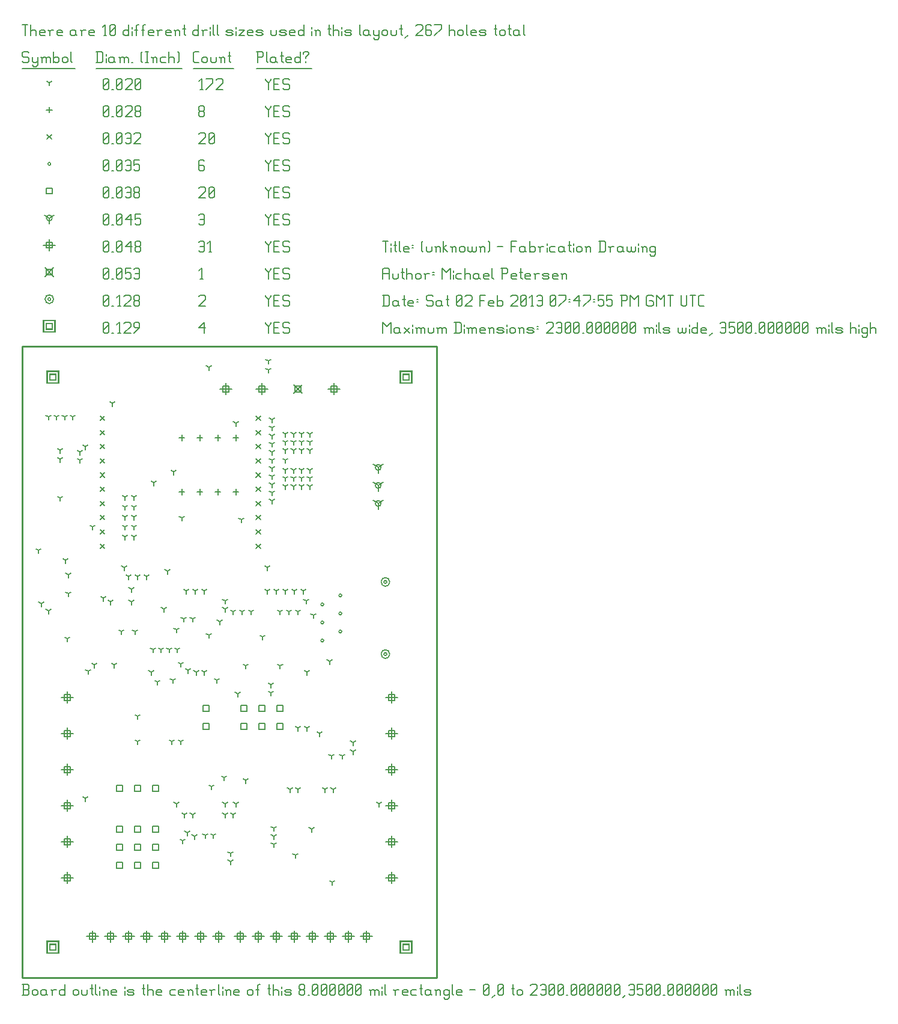
<source format=gbr>
G04 start of page 9 for group -3984 idx -3984 *
G04 Title: (unknown), fab *
G04 Creator: pcb 20110918 *
G04 CreationDate: Sat 02 Feb 2013 07:47:55 PM GMT UTC *
G04 For: petersen *
G04 Format: Gerber/RS-274X *
G04 PCB-Dimensions: 230000 350000 *
G04 PCB-Coordinate-Origin: lower left *
%MOIN*%
%FSLAX25Y25*%
%LNFAB*%
%ADD133C,0.0100*%
%ADD132C,0.0060*%
%ADD131R,0.0080X0.0080*%
G54D131*X211400Y334600D02*X214600D01*
X211400D02*Y331400D01*
X214600D01*
Y334600D02*Y331400D01*
X209800Y336200D02*X216200D01*
X209800D02*Y329800D01*
X216200D01*
Y336200D02*Y329800D01*
X15400Y334600D02*X18600D01*
X15400D02*Y331400D01*
X18600D01*
Y334600D02*Y331400D01*
X13800Y336200D02*X20200D01*
X13800D02*Y329800D01*
X20200D01*
Y336200D02*Y329800D01*
X211400Y18600D02*X214600D01*
X211400D02*Y15400D01*
X214600D01*
Y18600D02*Y15400D01*
X209800Y20200D02*X216200D01*
X209800D02*Y13800D01*
X216200D01*
Y20200D02*Y13800D01*
X15400Y18600D02*X18600D01*
X15400D02*Y15400D01*
X18600D01*
Y18600D02*Y15400D01*
X13800Y20200D02*X20200D01*
X13800D02*Y13800D01*
X20200D01*
Y20200D02*Y13800D01*
X13400Y362850D02*X16600D01*
X13400D02*Y359650D01*
X16600D01*
Y362850D02*Y359650D01*
X11800Y364450D02*X18200D01*
X11800D02*Y358050D01*
X18200D01*
Y364450D02*Y358050D01*
G54D132*X135000Y363500D02*Y362750D01*
X136500Y361250D01*
X138000Y362750D01*
Y363500D02*Y362750D01*
X136500Y361250D02*Y357500D01*
X139800Y360500D02*X142050D01*
X139800Y357500D02*X142800D01*
X139800Y363500D02*Y357500D01*
Y363500D02*X142800D01*
X147600D02*X148350Y362750D01*
X145350Y363500D02*X147600D01*
X144600Y362750D02*X145350Y363500D01*
X144600Y362750D02*Y361250D01*
X145350Y360500D01*
X147600D01*
X148350Y359750D01*
Y358250D01*
X147600Y357500D02*X148350Y358250D01*
X145350Y357500D02*X147600D01*
X144600Y358250D02*X145350Y357500D01*
X98000Y360500D02*X101000Y363500D01*
X98000Y360500D02*X101750D01*
X101000Y363500D02*Y357500D01*
X45000Y358250D02*X45750Y357500D01*
X45000Y362750D02*Y358250D01*
Y362750D02*X45750Y363500D01*
X47250D01*
X48000Y362750D01*
Y358250D01*
X47250Y357500D02*X48000Y358250D01*
X45750Y357500D02*X47250D01*
X45000Y359000D02*X48000Y362000D01*
X49800Y357500D02*X50550D01*
X53100D02*X54600D01*
X53850Y363500D02*Y357500D01*
X52350Y362000D02*X53850Y363500D01*
X56400Y362750D02*X57150Y363500D01*
X59400D01*
X60150Y362750D01*
Y361250D01*
X56400Y357500D02*X60150Y361250D01*
X56400Y357500D02*X60150D01*
X61950D02*X64950Y360500D01*
Y362750D02*Y360500D01*
X64200Y363500D02*X64950Y362750D01*
X62700Y363500D02*X64200D01*
X61950Y362750D02*X62700Y363500D01*
X61950Y362750D02*Y361250D01*
X62700Y360500D01*
X64950D01*
X200700Y179500D02*G75*G03X202300Y179500I800J0D01*G01*
G75*G03X200700Y179500I-800J0D01*G01*
X199100D02*G75*G03X203900Y179500I2400J0D01*G01*
G75*G03X199100Y179500I-2400J0D01*G01*
X200700Y219500D02*G75*G03X202300Y219500I800J0D01*G01*
G75*G03X200700Y219500I-800J0D01*G01*
X199100D02*G75*G03X203900Y219500I2400J0D01*G01*
G75*G03X199100Y219500I-2400J0D01*G01*
X14200Y376250D02*G75*G03X15800Y376250I800J0D01*G01*
G75*G03X14200Y376250I-800J0D01*G01*
X12600D02*G75*G03X17400Y376250I2400J0D01*G01*
G75*G03X12600Y376250I-2400J0D01*G01*
X135000Y378500D02*Y377750D01*
X136500Y376250D01*
X138000Y377750D01*
Y378500D02*Y377750D01*
X136500Y376250D02*Y372500D01*
X139800Y375500D02*X142050D01*
X139800Y372500D02*X142800D01*
X139800Y378500D02*Y372500D01*
Y378500D02*X142800D01*
X147600D02*X148350Y377750D01*
X145350Y378500D02*X147600D01*
X144600Y377750D02*X145350Y378500D01*
X144600Y377750D02*Y376250D01*
X145350Y375500D01*
X147600D01*
X148350Y374750D01*
Y373250D01*
X147600Y372500D02*X148350Y373250D01*
X145350Y372500D02*X147600D01*
X144600Y373250D02*X145350Y372500D01*
X98000Y377750D02*X98750Y378500D01*
X101000D01*
X101750Y377750D01*
Y376250D01*
X98000Y372500D02*X101750Y376250D01*
X98000Y372500D02*X101750D01*
X45000Y373250D02*X45750Y372500D01*
X45000Y377750D02*Y373250D01*
Y377750D02*X45750Y378500D01*
X47250D01*
X48000Y377750D01*
Y373250D01*
X47250Y372500D02*X48000Y373250D01*
X45750Y372500D02*X47250D01*
X45000Y374000D02*X48000Y377000D01*
X49800Y372500D02*X50550D01*
X53100D02*X54600D01*
X53850Y378500D02*Y372500D01*
X52350Y377000D02*X53850Y378500D01*
X56400Y377750D02*X57150Y378500D01*
X59400D01*
X60150Y377750D01*
Y376250D01*
X56400Y372500D02*X60150Y376250D01*
X56400Y372500D02*X60150D01*
X61950Y373250D02*X62700Y372500D01*
X61950Y374750D02*Y373250D01*
Y374750D02*X62700Y375500D01*
X64200D01*
X64950Y374750D01*
Y373250D01*
X64200Y372500D02*X64950Y373250D01*
X62700Y372500D02*X64200D01*
X61950Y376250D02*X62700Y375500D01*
X61950Y377750D02*Y376250D01*
Y377750D02*X62700Y378500D01*
X64200D01*
X64950Y377750D01*
Y376250D01*
X64200Y375500D02*X64950Y376250D01*
X150600Y328900D02*X155400Y324100D01*
X150600D02*X155400Y328900D01*
X151400Y328100D02*X154600D01*
X151400D02*Y324900D01*
X154600D01*
Y328100D02*Y324900D01*
X12600Y393650D02*X17400Y388850D01*
X12600D02*X17400Y393650D01*
X13400Y392850D02*X16600D01*
X13400D02*Y389650D01*
X16600D01*
Y392850D02*Y389650D01*
X135000Y393500D02*Y392750D01*
X136500Y391250D01*
X138000Y392750D01*
Y393500D02*Y392750D01*
X136500Y391250D02*Y387500D01*
X139800Y390500D02*X142050D01*
X139800Y387500D02*X142800D01*
X139800Y393500D02*Y387500D01*
Y393500D02*X142800D01*
X147600D02*X148350Y392750D01*
X145350Y393500D02*X147600D01*
X144600Y392750D02*X145350Y393500D01*
X144600Y392750D02*Y391250D01*
X145350Y390500D01*
X147600D01*
X148350Y389750D01*
Y388250D01*
X147600Y387500D02*X148350Y388250D01*
X145350Y387500D02*X147600D01*
X144600Y388250D02*X145350Y387500D01*
X98750D02*X100250D01*
X99500Y393500D02*Y387500D01*
X98000Y392000D02*X99500Y393500D01*
X45000Y388250D02*X45750Y387500D01*
X45000Y392750D02*Y388250D01*
Y392750D02*X45750Y393500D01*
X47250D01*
X48000Y392750D01*
Y388250D01*
X47250Y387500D02*X48000Y388250D01*
X45750Y387500D02*X47250D01*
X45000Y389000D02*X48000Y392000D01*
X49800Y387500D02*X50550D01*
X52350Y388250D02*X53100Y387500D01*
X52350Y392750D02*Y388250D01*
Y392750D02*X53100Y393500D01*
X54600D01*
X55350Y392750D01*
Y388250D01*
X54600Y387500D02*X55350Y388250D01*
X53100Y387500D02*X54600D01*
X52350Y389000D02*X55350Y392000D01*
X57150Y393500D02*X60150D01*
X57150D02*Y390500D01*
X57900Y391250D01*
X59400D01*
X60150Y390500D01*
Y388250D01*
X59400Y387500D02*X60150Y388250D01*
X57900Y387500D02*X59400D01*
X57150Y388250D02*X57900Y387500D01*
X61950Y392750D02*X62700Y393500D01*
X64200D01*
X64950Y392750D01*
Y388250D01*
X64200Y387500D02*X64950Y388250D01*
X62700Y387500D02*X64200D01*
X61950Y388250D02*X62700Y387500D01*
Y390500D02*X64950D01*
X205000Y58700D02*Y52300D01*
X201800Y55500D02*X208200D01*
X203400Y57100D02*X206600D01*
X203400D02*Y53900D01*
X206600D01*
Y57100D02*Y53900D01*
X205000Y78700D02*Y72300D01*
X201800Y75500D02*X208200D01*
X203400Y77100D02*X206600D01*
X203400D02*Y73900D01*
X206600D01*
Y77100D02*Y73900D01*
X205000Y98700D02*Y92300D01*
X201800Y95500D02*X208200D01*
X203400Y97100D02*X206600D01*
X203400D02*Y93900D01*
X206600D01*
Y97100D02*Y93900D01*
X205000Y118700D02*Y112300D01*
X201800Y115500D02*X208200D01*
X203400Y117100D02*X206600D01*
X203400D02*Y113900D01*
X206600D01*
Y117100D02*Y113900D01*
X25000Y78700D02*Y72300D01*
X21800Y75500D02*X28200D01*
X23400Y77100D02*X26600D01*
X23400D02*Y73900D01*
X26600D01*
Y77100D02*Y73900D01*
X25000Y58700D02*Y52300D01*
X21800Y55500D02*X28200D01*
X23400Y57100D02*X26600D01*
X23400D02*Y53900D01*
X26600D01*
Y57100D02*Y53900D01*
X25000Y118700D02*Y112300D01*
X21800Y115500D02*X28200D01*
X23400Y117100D02*X26600D01*
X23400D02*Y113900D01*
X26600D01*
Y117100D02*Y113900D01*
X25000Y98700D02*Y92300D01*
X21800Y95500D02*X28200D01*
X23400Y97100D02*X26600D01*
X23400D02*Y93900D01*
X26600D01*
Y97100D02*Y93900D01*
X133000Y329700D02*Y323300D01*
X129800Y326500D02*X136200D01*
X131400Y328100D02*X134600D01*
X131400D02*Y324900D01*
X134600D01*
Y328100D02*Y324900D01*
X113000Y329700D02*Y323300D01*
X109800Y326500D02*X116200D01*
X111400Y328100D02*X114600D01*
X111400D02*Y324900D01*
X114600D01*
Y328100D02*Y324900D01*
X205000Y138700D02*Y132300D01*
X201800Y135500D02*X208200D01*
X203400Y137100D02*X206600D01*
X203400D02*Y133900D01*
X206600D01*
Y137100D02*Y133900D01*
X205000Y158700D02*Y152300D01*
X201800Y155500D02*X208200D01*
X203400Y157100D02*X206600D01*
X203400D02*Y153900D01*
X206600D01*
Y157100D02*Y153900D01*
X25000Y158700D02*Y152300D01*
X21800Y155500D02*X28200D01*
X23400Y157100D02*X26600D01*
X23400D02*Y153900D01*
X26600D01*
Y157100D02*Y153900D01*
X25000Y138700D02*Y132300D01*
X21800Y135500D02*X28200D01*
X23400Y137100D02*X26600D01*
X23400D02*Y133900D01*
X26600D01*
Y137100D02*Y133900D01*
X173000Y329700D02*Y323300D01*
X169800Y326500D02*X176200D01*
X171400Y328100D02*X174600D01*
X171400D02*Y324900D01*
X174600D01*
Y328100D02*Y324900D01*
X121000Y26200D02*Y19800D01*
X117800Y23000D02*X124200D01*
X119400Y24600D02*X122600D01*
X119400D02*Y21400D01*
X122600D01*
Y24600D02*Y21400D01*
X131000Y26200D02*Y19800D01*
X127800Y23000D02*X134200D01*
X129400Y24600D02*X132600D01*
X129400D02*Y21400D01*
X132600D01*
Y24600D02*Y21400D01*
X141000Y26200D02*Y19800D01*
X137800Y23000D02*X144200D01*
X139400Y24600D02*X142600D01*
X139400D02*Y21400D01*
X142600D01*
Y24600D02*Y21400D01*
X151000Y26200D02*Y19800D01*
X147800Y23000D02*X154200D01*
X149400Y24600D02*X152600D01*
X149400D02*Y21400D01*
X152600D01*
Y24600D02*Y21400D01*
X161000Y26200D02*Y19800D01*
X157800Y23000D02*X164200D01*
X159400Y24600D02*X162600D01*
X159400D02*Y21400D01*
X162600D01*
Y24600D02*Y21400D01*
X171000Y26200D02*Y19800D01*
X167800Y23000D02*X174200D01*
X169400Y24600D02*X172600D01*
X169400D02*Y21400D01*
X172600D01*
Y24600D02*Y21400D01*
X181000Y26200D02*Y19800D01*
X177800Y23000D02*X184200D01*
X179400Y24600D02*X182600D01*
X179400D02*Y21400D01*
X182600D01*
Y24600D02*Y21400D01*
X191000Y26200D02*Y19800D01*
X187800Y23000D02*X194200D01*
X189400Y24600D02*X192600D01*
X189400D02*Y21400D01*
X192600D01*
Y24600D02*Y21400D01*
X39000Y26200D02*Y19800D01*
X35800Y23000D02*X42200D01*
X37400Y24600D02*X40600D01*
X37400D02*Y21400D01*
X40600D01*
Y24600D02*Y21400D01*
X49000Y26200D02*Y19800D01*
X45800Y23000D02*X52200D01*
X47400Y24600D02*X50600D01*
X47400D02*Y21400D01*
X50600D01*
Y24600D02*Y21400D01*
X59000Y26200D02*Y19800D01*
X55800Y23000D02*X62200D01*
X57400Y24600D02*X60600D01*
X57400D02*Y21400D01*
X60600D01*
Y24600D02*Y21400D01*
X69000Y26200D02*Y19800D01*
X65800Y23000D02*X72200D01*
X67400Y24600D02*X70600D01*
X67400D02*Y21400D01*
X70600D01*
Y24600D02*Y21400D01*
X79000Y26200D02*Y19800D01*
X75800Y23000D02*X82200D01*
X77400Y24600D02*X80600D01*
X77400D02*Y21400D01*
X80600D01*
Y24600D02*Y21400D01*
X89000Y26200D02*Y19800D01*
X85800Y23000D02*X92200D01*
X87400Y24600D02*X90600D01*
X87400D02*Y21400D01*
X90600D01*
Y24600D02*Y21400D01*
X99000Y26200D02*Y19800D01*
X95800Y23000D02*X102200D01*
X97400Y24600D02*X100600D01*
X97400D02*Y21400D01*
X100600D01*
Y24600D02*Y21400D01*
X109000Y26200D02*Y19800D01*
X105800Y23000D02*X112200D01*
X107400Y24600D02*X110600D01*
X107400D02*Y21400D01*
X110600D01*
Y24600D02*Y21400D01*
X15000Y409450D02*Y403050D01*
X11800Y406250D02*X18200D01*
X13400Y407850D02*X16600D01*
X13400D02*Y404650D01*
X16600D01*
Y407850D02*Y404650D01*
X135000Y408500D02*Y407750D01*
X136500Y406250D01*
X138000Y407750D01*
Y408500D02*Y407750D01*
X136500Y406250D02*Y402500D01*
X139800Y405500D02*X142050D01*
X139800Y402500D02*X142800D01*
X139800Y408500D02*Y402500D01*
Y408500D02*X142800D01*
X147600D02*X148350Y407750D01*
X145350Y408500D02*X147600D01*
X144600Y407750D02*X145350Y408500D01*
X144600Y407750D02*Y406250D01*
X145350Y405500D01*
X147600D01*
X148350Y404750D01*
Y403250D01*
X147600Y402500D02*X148350Y403250D01*
X145350Y402500D02*X147600D01*
X144600Y403250D02*X145350Y402500D01*
X98000Y407750D02*X98750Y408500D01*
X100250D01*
X101000Y407750D01*
Y403250D01*
X100250Y402500D02*X101000Y403250D01*
X98750Y402500D02*X100250D01*
X98000Y403250D02*X98750Y402500D01*
Y405500D02*X101000D01*
X103550Y402500D02*X105050D01*
X104300Y408500D02*Y402500D01*
X102800Y407000D02*X104300Y408500D01*
X45000Y403250D02*X45750Y402500D01*
X45000Y407750D02*Y403250D01*
Y407750D02*X45750Y408500D01*
X47250D01*
X48000Y407750D01*
Y403250D01*
X47250Y402500D02*X48000Y403250D01*
X45750Y402500D02*X47250D01*
X45000Y404000D02*X48000Y407000D01*
X49800Y402500D02*X50550D01*
X52350Y403250D02*X53100Y402500D01*
X52350Y407750D02*Y403250D01*
Y407750D02*X53100Y408500D01*
X54600D01*
X55350Y407750D01*
Y403250D01*
X54600Y402500D02*X55350Y403250D01*
X53100Y402500D02*X54600D01*
X52350Y404000D02*X55350Y407000D01*
X57150Y405500D02*X60150Y408500D01*
X57150Y405500D02*X60900D01*
X60150Y408500D02*Y402500D01*
X62700Y403250D02*X63450Y402500D01*
X62700Y404750D02*Y403250D01*
Y404750D02*X63450Y405500D01*
X64950D01*
X65700Y404750D01*
Y403250D01*
X64950Y402500D02*X65700Y403250D01*
X63450Y402500D02*X64950D01*
X62700Y406250D02*X63450Y405500D01*
X62700Y407750D02*Y406250D01*
Y407750D02*X63450Y408500D01*
X64950D01*
X65700Y407750D01*
Y406250D01*
X64950Y405500D02*X65700Y406250D01*
X197500Y263000D02*Y259800D01*
Y263000D02*X200273Y264600D01*
X197500Y263000D02*X194727Y264600D01*
X195900Y263000D02*G75*G03X199100Y263000I1600J0D01*G01*
G75*G03X195900Y263000I-1600J0D01*G01*
X197500Y273000D02*Y269800D01*
Y273000D02*X200273Y274600D01*
X197500Y273000D02*X194727Y274600D01*
X195900Y273000D02*G75*G03X199100Y273000I1600J0D01*G01*
G75*G03X195900Y273000I-1600J0D01*G01*
X197500Y283000D02*Y279800D01*
Y283000D02*X200273Y284600D01*
X197500Y283000D02*X194727Y284600D01*
X195900Y283000D02*G75*G03X199100Y283000I1600J0D01*G01*
G75*G03X195900Y283000I-1600J0D01*G01*
X15000Y421250D02*Y418050D01*
Y421250D02*X17773Y422850D01*
X15000Y421250D02*X12227Y422850D01*
X13400Y421250D02*G75*G03X16600Y421250I1600J0D01*G01*
G75*G03X13400Y421250I-1600J0D01*G01*
X135000Y423500D02*Y422750D01*
X136500Y421250D01*
X138000Y422750D01*
Y423500D02*Y422750D01*
X136500Y421250D02*Y417500D01*
X139800Y420500D02*X142050D01*
X139800Y417500D02*X142800D01*
X139800Y423500D02*Y417500D01*
Y423500D02*X142800D01*
X147600D02*X148350Y422750D01*
X145350Y423500D02*X147600D01*
X144600Y422750D02*X145350Y423500D01*
X144600Y422750D02*Y421250D01*
X145350Y420500D01*
X147600D01*
X148350Y419750D01*
Y418250D01*
X147600Y417500D02*X148350Y418250D01*
X145350Y417500D02*X147600D01*
X144600Y418250D02*X145350Y417500D01*
X98000Y422750D02*X98750Y423500D01*
X100250D01*
X101000Y422750D01*
Y418250D01*
X100250Y417500D02*X101000Y418250D01*
X98750Y417500D02*X100250D01*
X98000Y418250D02*X98750Y417500D01*
Y420500D02*X101000D01*
X45000Y418250D02*X45750Y417500D01*
X45000Y422750D02*Y418250D01*
Y422750D02*X45750Y423500D01*
X47250D01*
X48000Y422750D01*
Y418250D01*
X47250Y417500D02*X48000Y418250D01*
X45750Y417500D02*X47250D01*
X45000Y419000D02*X48000Y422000D01*
X49800Y417500D02*X50550D01*
X52350Y418250D02*X53100Y417500D01*
X52350Y422750D02*Y418250D01*
Y422750D02*X53100Y423500D01*
X54600D01*
X55350Y422750D01*
Y418250D01*
X54600Y417500D02*X55350Y418250D01*
X53100Y417500D02*X54600D01*
X52350Y419000D02*X55350Y422000D01*
X57150Y420500D02*X60150Y423500D01*
X57150Y420500D02*X60900D01*
X60150Y423500D02*Y417500D01*
X62700Y423500D02*X65700D01*
X62700D02*Y420500D01*
X63450Y421250D01*
X64950D01*
X65700Y420500D01*
Y418250D01*
X64950Y417500D02*X65700Y418250D01*
X63450Y417500D02*X64950D01*
X62700Y418250D02*X63450Y417500D01*
X100400Y151100D02*X103600D01*
X100400D02*Y147900D01*
X103600D01*
Y151100D02*Y147900D01*
X100400Y141100D02*X103600D01*
X100400D02*Y137900D01*
X103600D01*
Y141100D02*Y137900D01*
X121400Y141100D02*X124600D01*
X121400D02*Y137900D01*
X124600D01*
Y141100D02*Y137900D01*
X131400Y141100D02*X134600D01*
X131400D02*Y137900D01*
X134600D01*
Y141100D02*Y137900D01*
X141400Y141100D02*X144600D01*
X141400D02*Y137900D01*
X144600D01*
Y141100D02*Y137900D01*
X121400Y151100D02*X124600D01*
X121400D02*Y147900D01*
X124600D01*
Y151100D02*Y147900D01*
X131400Y151100D02*X134600D01*
X131400D02*Y147900D01*
X134600D01*
Y151100D02*Y147900D01*
X141400Y151100D02*X144600D01*
X141400D02*Y147900D01*
X144600D01*
Y151100D02*Y147900D01*
X52400Y84100D02*X55600D01*
X52400D02*Y80900D01*
X55600D01*
Y84100D02*Y80900D01*
X52400Y74100D02*X55600D01*
X52400D02*Y70900D01*
X55600D01*
Y74100D02*Y70900D01*
X52400Y64100D02*X55600D01*
X52400D02*Y60900D01*
X55600D01*
Y64100D02*Y60900D01*
X62400Y84100D02*X65600D01*
X62400D02*Y80900D01*
X65600D01*
Y84100D02*Y80900D01*
X62400Y74100D02*X65600D01*
X62400D02*Y70900D01*
X65600D01*
Y74100D02*Y70900D01*
X62400Y64100D02*X65600D01*
X62400D02*Y60900D01*
X65600D01*
Y64100D02*Y60900D01*
X72400Y84100D02*X75600D01*
X72400D02*Y80900D01*
X75600D01*
Y84100D02*Y80900D01*
X72400Y74100D02*X75600D01*
X72400D02*Y70900D01*
X75600D01*
Y74100D02*Y70900D01*
X72400Y64100D02*X75600D01*
X72400D02*Y60900D01*
X75600D01*
Y64100D02*Y60900D01*
X52400Y106600D02*X55600D01*
X52400D02*Y103400D01*
X55600D01*
Y106600D02*Y103400D01*
X62400Y106600D02*X65600D01*
X62400D02*Y103400D01*
X65600D01*
Y106600D02*Y103400D01*
X72400Y106600D02*X75600D01*
X72400D02*Y103400D01*
X75600D01*
Y106600D02*Y103400D01*
X13400Y437850D02*X16600D01*
X13400D02*Y434650D01*
X16600D01*
Y437850D02*Y434650D01*
X135000Y438500D02*Y437750D01*
X136500Y436250D01*
X138000Y437750D01*
Y438500D02*Y437750D01*
X136500Y436250D02*Y432500D01*
X139800Y435500D02*X142050D01*
X139800Y432500D02*X142800D01*
X139800Y438500D02*Y432500D01*
Y438500D02*X142800D01*
X147600D02*X148350Y437750D01*
X145350Y438500D02*X147600D01*
X144600Y437750D02*X145350Y438500D01*
X144600Y437750D02*Y436250D01*
X145350Y435500D01*
X147600D01*
X148350Y434750D01*
Y433250D01*
X147600Y432500D02*X148350Y433250D01*
X145350Y432500D02*X147600D01*
X144600Y433250D02*X145350Y432500D01*
X98000Y437750D02*X98750Y438500D01*
X101000D01*
X101750Y437750D01*
Y436250D01*
X98000Y432500D02*X101750Y436250D01*
X98000Y432500D02*X101750D01*
X103550Y433250D02*X104300Y432500D01*
X103550Y437750D02*Y433250D01*
Y437750D02*X104300Y438500D01*
X105800D01*
X106550Y437750D01*
Y433250D01*
X105800Y432500D02*X106550Y433250D01*
X104300Y432500D02*X105800D01*
X103550Y434000D02*X106550Y437000D01*
X45000Y433250D02*X45750Y432500D01*
X45000Y437750D02*Y433250D01*
Y437750D02*X45750Y438500D01*
X47250D01*
X48000Y437750D01*
Y433250D01*
X47250Y432500D02*X48000Y433250D01*
X45750Y432500D02*X47250D01*
X45000Y434000D02*X48000Y437000D01*
X49800Y432500D02*X50550D01*
X52350Y433250D02*X53100Y432500D01*
X52350Y437750D02*Y433250D01*
Y437750D02*X53100Y438500D01*
X54600D01*
X55350Y437750D01*
Y433250D01*
X54600Y432500D02*X55350Y433250D01*
X53100Y432500D02*X54600D01*
X52350Y434000D02*X55350Y437000D01*
X57150Y437750D02*X57900Y438500D01*
X59400D01*
X60150Y437750D01*
Y433250D01*
X59400Y432500D02*X60150Y433250D01*
X57900Y432500D02*X59400D01*
X57150Y433250D02*X57900Y432500D01*
Y435500D02*X60150D01*
X61950Y433250D02*X62700Y432500D01*
X61950Y434750D02*Y433250D01*
Y434750D02*X62700Y435500D01*
X64200D01*
X64950Y434750D01*
Y433250D01*
X64200Y432500D02*X64950Y433250D01*
X62700Y432500D02*X64200D01*
X61950Y436250D02*X62700Y435500D01*
X61950Y437750D02*Y436250D01*
Y437750D02*X62700Y438500D01*
X64200D01*
X64950Y437750D01*
Y436250D01*
X64200Y435500D02*X64950Y436250D01*
X165700Y187000D02*G75*G03X167300Y187000I800J0D01*G01*
G75*G03X165700Y187000I-800J0D01*G01*
X175700Y192000D02*G75*G03X177300Y192000I800J0D01*G01*
G75*G03X175700Y192000I-800J0D01*G01*
X165700Y197000D02*G75*G03X167300Y197000I800J0D01*G01*
G75*G03X165700Y197000I-800J0D01*G01*
X175700Y202000D02*G75*G03X177300Y202000I800J0D01*G01*
G75*G03X175700Y202000I-800J0D01*G01*
X165700Y207000D02*G75*G03X167300Y207000I800J0D01*G01*
G75*G03X165700Y207000I-800J0D01*G01*
X175700Y212000D02*G75*G03X177300Y212000I800J0D01*G01*
G75*G03X175700Y212000I-800J0D01*G01*
X14200Y451250D02*G75*G03X15800Y451250I800J0D01*G01*
G75*G03X14200Y451250I-800J0D01*G01*
X135000Y453500D02*Y452750D01*
X136500Y451250D01*
X138000Y452750D01*
Y453500D02*Y452750D01*
X136500Y451250D02*Y447500D01*
X139800Y450500D02*X142050D01*
X139800Y447500D02*X142800D01*
X139800Y453500D02*Y447500D01*
Y453500D02*X142800D01*
X147600D02*X148350Y452750D01*
X145350Y453500D02*X147600D01*
X144600Y452750D02*X145350Y453500D01*
X144600Y452750D02*Y451250D01*
X145350Y450500D01*
X147600D01*
X148350Y449750D01*
Y448250D01*
X147600Y447500D02*X148350Y448250D01*
X145350Y447500D02*X147600D01*
X144600Y448250D02*X145350Y447500D01*
X100250Y453500D02*X101000Y452750D01*
X98750Y453500D02*X100250D01*
X98000Y452750D02*X98750Y453500D01*
X98000Y452750D02*Y448250D01*
X98750Y447500D01*
X100250Y450500D02*X101000Y449750D01*
X98000Y450500D02*X100250D01*
X98750Y447500D02*X100250D01*
X101000Y448250D01*
Y449750D02*Y448250D01*
X45000D02*X45750Y447500D01*
X45000Y452750D02*Y448250D01*
Y452750D02*X45750Y453500D01*
X47250D01*
X48000Y452750D01*
Y448250D01*
X47250Y447500D02*X48000Y448250D01*
X45750Y447500D02*X47250D01*
X45000Y449000D02*X48000Y452000D01*
X49800Y447500D02*X50550D01*
X52350Y448250D02*X53100Y447500D01*
X52350Y452750D02*Y448250D01*
Y452750D02*X53100Y453500D01*
X54600D01*
X55350Y452750D01*
Y448250D01*
X54600Y447500D02*X55350Y448250D01*
X53100Y447500D02*X54600D01*
X52350Y449000D02*X55350Y452000D01*
X57150Y452750D02*X57900Y453500D01*
X59400D01*
X60150Y452750D01*
Y448250D01*
X59400Y447500D02*X60150Y448250D01*
X57900Y447500D02*X59400D01*
X57150Y448250D02*X57900Y447500D01*
Y450500D02*X60150D01*
X61950Y453500D02*X64950D01*
X61950D02*Y450500D01*
X62700Y451250D01*
X64200D01*
X64950Y450500D01*
Y448250D01*
X64200Y447500D02*X64950Y448250D01*
X62700Y447500D02*X64200D01*
X61950Y448250D02*X62700Y447500D01*
X43186Y311448D02*X45586Y309048D01*
X43186D02*X45586Y311448D01*
X43186Y303574D02*X45586Y301174D01*
X43186D02*X45586Y303574D01*
X43186Y295700D02*X45586Y293300D01*
X43186D02*X45586Y295700D01*
X43186Y287826D02*X45586Y285426D01*
X43186D02*X45586Y287826D01*
X43186Y279952D02*X45586Y277552D01*
X43186D02*X45586Y279952D01*
X43186Y272078D02*X45586Y269678D01*
X43186D02*X45586Y272078D01*
X43186Y264204D02*X45586Y261804D01*
X43186D02*X45586Y264204D01*
X43186Y256330D02*X45586Y253930D01*
X43186D02*X45586Y256330D01*
X43186Y248456D02*X45586Y246056D01*
X43186D02*X45586Y248456D01*
X43186Y240582D02*X45586Y238182D01*
X43186D02*X45586Y240582D01*
X129800Y311448D02*X132200Y309048D01*
X129800D02*X132200Y311448D01*
X129800Y303574D02*X132200Y301174D01*
X129800D02*X132200Y303574D01*
X129800Y295700D02*X132200Y293300D01*
X129800D02*X132200Y295700D01*
X129800Y287826D02*X132200Y285426D01*
X129800D02*X132200Y287826D01*
X129800Y279952D02*X132200Y277552D01*
X129800D02*X132200Y279952D01*
X129800Y272078D02*X132200Y269678D01*
X129800D02*X132200Y272078D01*
X129800Y264204D02*X132200Y261804D01*
X129800D02*X132200Y264204D01*
X129800Y256330D02*X132200Y253930D01*
X129800D02*X132200Y256330D01*
X129800Y248456D02*X132200Y246056D01*
X129800D02*X132200Y248456D01*
X129800Y240582D02*X132200Y238182D01*
X129800D02*X132200Y240582D01*
X13800Y467450D02*X16200Y465050D01*
X13800D02*X16200Y467450D01*
X135000Y468500D02*Y467750D01*
X136500Y466250D01*
X138000Y467750D01*
Y468500D02*Y467750D01*
X136500Y466250D02*Y462500D01*
X139800Y465500D02*X142050D01*
X139800Y462500D02*X142800D01*
X139800Y468500D02*Y462500D01*
Y468500D02*X142800D01*
X147600D02*X148350Y467750D01*
X145350Y468500D02*X147600D01*
X144600Y467750D02*X145350Y468500D01*
X144600Y467750D02*Y466250D01*
X145350Y465500D01*
X147600D01*
X148350Y464750D01*
Y463250D01*
X147600Y462500D02*X148350Y463250D01*
X145350Y462500D02*X147600D01*
X144600Y463250D02*X145350Y462500D01*
X98000Y467750D02*X98750Y468500D01*
X101000D01*
X101750Y467750D01*
Y466250D01*
X98000Y462500D02*X101750Y466250D01*
X98000Y462500D02*X101750D01*
X103550Y463250D02*X104300Y462500D01*
X103550Y467750D02*Y463250D01*
Y467750D02*X104300Y468500D01*
X105800D01*
X106550Y467750D01*
Y463250D01*
X105800Y462500D02*X106550Y463250D01*
X104300Y462500D02*X105800D01*
X103550Y464000D02*X106550Y467000D01*
X45000Y463250D02*X45750Y462500D01*
X45000Y467750D02*Y463250D01*
Y467750D02*X45750Y468500D01*
X47250D01*
X48000Y467750D01*
Y463250D01*
X47250Y462500D02*X48000Y463250D01*
X45750Y462500D02*X47250D01*
X45000Y464000D02*X48000Y467000D01*
X49800Y462500D02*X50550D01*
X52350Y463250D02*X53100Y462500D01*
X52350Y467750D02*Y463250D01*
Y467750D02*X53100Y468500D01*
X54600D01*
X55350Y467750D01*
Y463250D01*
X54600Y462500D02*X55350Y463250D01*
X53100Y462500D02*X54600D01*
X52350Y464000D02*X55350Y467000D01*
X57150Y467750D02*X57900Y468500D01*
X59400D01*
X60150Y467750D01*
Y463250D01*
X59400Y462500D02*X60150Y463250D01*
X57900Y462500D02*X59400D01*
X57150Y463250D02*X57900Y462500D01*
Y465500D02*X60150D01*
X61950Y467750D02*X62700Y468500D01*
X64950D01*
X65700Y467750D01*
Y466250D01*
X61950Y462500D02*X65700Y466250D01*
X61950Y462500D02*X65700D01*
X88500Y271100D02*Y267900D01*
X86900Y269500D02*X90100D01*
X98500Y271100D02*Y267900D01*
X96900Y269500D02*X100100D01*
X108500Y271100D02*Y267900D01*
X106900Y269500D02*X110100D01*
X118500Y271100D02*Y267900D01*
X116900Y269500D02*X120100D01*
X118500Y301100D02*Y297900D01*
X116900Y299500D02*X120100D01*
X108500Y301100D02*Y297900D01*
X106900Y299500D02*X110100D01*
X98500Y301100D02*Y297900D01*
X96900Y299500D02*X100100D01*
X88500Y301100D02*Y297900D01*
X86900Y299500D02*X90100D01*
X15000Y482850D02*Y479650D01*
X13400Y481250D02*X16600D01*
X135000Y483500D02*Y482750D01*
X136500Y481250D01*
X138000Y482750D01*
Y483500D02*Y482750D01*
X136500Y481250D02*Y477500D01*
X139800Y480500D02*X142050D01*
X139800Y477500D02*X142800D01*
X139800Y483500D02*Y477500D01*
Y483500D02*X142800D01*
X147600D02*X148350Y482750D01*
X145350Y483500D02*X147600D01*
X144600Y482750D02*X145350Y483500D01*
X144600Y482750D02*Y481250D01*
X145350Y480500D01*
X147600D01*
X148350Y479750D01*
Y478250D01*
X147600Y477500D02*X148350Y478250D01*
X145350Y477500D02*X147600D01*
X144600Y478250D02*X145350Y477500D01*
X98000Y478250D02*X98750Y477500D01*
X98000Y479750D02*Y478250D01*
Y479750D02*X98750Y480500D01*
X100250D01*
X101000Y479750D01*
Y478250D01*
X100250Y477500D02*X101000Y478250D01*
X98750Y477500D02*X100250D01*
X98000Y481250D02*X98750Y480500D01*
X98000Y482750D02*Y481250D01*
Y482750D02*X98750Y483500D01*
X100250D01*
X101000Y482750D01*
Y481250D01*
X100250Y480500D02*X101000Y481250D01*
X45000Y478250D02*X45750Y477500D01*
X45000Y482750D02*Y478250D01*
Y482750D02*X45750Y483500D01*
X47250D01*
X48000Y482750D01*
Y478250D01*
X47250Y477500D02*X48000Y478250D01*
X45750Y477500D02*X47250D01*
X45000Y479000D02*X48000Y482000D01*
X49800Y477500D02*X50550D01*
X52350Y478250D02*X53100Y477500D01*
X52350Y482750D02*Y478250D01*
Y482750D02*X53100Y483500D01*
X54600D01*
X55350Y482750D01*
Y478250D01*
X54600Y477500D02*X55350Y478250D01*
X53100Y477500D02*X54600D01*
X52350Y479000D02*X55350Y482000D01*
X57150Y482750D02*X57900Y483500D01*
X60150D01*
X60900Y482750D01*
Y481250D01*
X57150Y477500D02*X60900Y481250D01*
X57150Y477500D02*X60900D01*
X62700Y478250D02*X63450Y477500D01*
X62700Y479750D02*Y478250D01*
Y479750D02*X63450Y480500D01*
X64950D01*
X65700Y479750D01*
Y478250D01*
X64950Y477500D02*X65700Y478250D01*
X63450Y477500D02*X64950D01*
X62700Y481250D02*X63450Y480500D01*
X62700Y482750D02*Y481250D01*
Y482750D02*X63450Y483500D01*
X64950D01*
X65700Y482750D01*
Y481250D01*
X64950Y480500D02*X65700Y481250D01*
X123894Y173000D02*Y171400D01*
Y173000D02*X125281Y173800D01*
X123894Y173000D02*X122507Y173800D01*
X143106Y173000D02*Y171400D01*
Y173000D02*X144493Y173800D01*
X143106Y173000D02*X141719Y173800D01*
X171500Y123000D02*Y121400D01*
Y123000D02*X172887Y123800D01*
X171500Y123000D02*X170113Y123800D01*
X177500Y123000D02*Y121400D01*
Y123000D02*X178887Y123800D01*
X177500Y123000D02*X176113Y123800D01*
X183500Y125500D02*Y123900D01*
Y125500D02*X184887Y126300D01*
X183500Y125500D02*X182113Y126300D01*
X183500Y130500D02*Y128900D01*
Y130500D02*X184887Y131300D01*
X183500Y130500D02*X182113Y131300D01*
X88000Y131000D02*Y129400D01*
Y131000D02*X89387Y131800D01*
X88000Y131000D02*X86613Y131800D01*
X83000Y131000D02*Y129400D01*
Y131000D02*X84387Y131800D01*
X83000Y131000D02*X81613Y131800D01*
X165000Y135500D02*Y133900D01*
Y135500D02*X166387Y136300D01*
X165000Y135500D02*X163613Y136300D01*
X170500Y175500D02*Y173900D01*
Y175500D02*X171887Y176300D01*
X170500Y175500D02*X169113Y176300D01*
X161500Y201000D02*Y199400D01*
Y201000D02*X162887Y201800D01*
X161500Y201000D02*X160113Y201800D01*
X138500Y291500D02*Y289900D01*
Y291500D02*X139887Y292300D01*
X138500Y291500D02*X137113Y292300D01*
X138500Y287000D02*Y285400D01*
Y287000D02*X139887Y287800D01*
X138500Y287000D02*X137113Y287800D01*
X138500Y309500D02*Y307900D01*
Y309500D02*X139887Y310300D01*
X138500Y309500D02*X137113Y310300D01*
X158000Y169500D02*Y167900D01*
Y169500D02*X159387Y170300D01*
X158000Y169500D02*X156613Y170300D01*
X153000Y138500D02*Y136900D01*
Y138500D02*X154387Y139300D01*
X153000Y138500D02*X151613Y139300D01*
X83500Y165000D02*Y163400D01*
Y165000D02*X84887Y165800D01*
X83500Y165000D02*X82113Y165800D01*
X138000Y162500D02*Y160900D01*
Y162500D02*X139387Y163300D01*
X138000Y162500D02*X136613Y163300D01*
X119500Y157500D02*Y155900D01*
Y157500D02*X120887Y158300D01*
X119500Y157500D02*X118113Y158300D01*
X81500Y182000D02*Y180400D01*
Y182000D02*X82887Y182800D01*
X81500Y182000D02*X80113Y182800D01*
X77000Y182000D02*Y180400D01*
Y182000D02*X78387Y182800D01*
X77000Y182000D02*X75613Y182800D01*
X88000Y174000D02*Y172400D01*
Y174000D02*X89387Y174800D01*
X88000Y174000D02*X86613Y174800D01*
X92000Y170500D02*Y168900D01*
Y170500D02*X93387Y171300D01*
X92000Y170500D02*X90613Y171300D01*
X96500Y169500D02*Y167900D01*
Y169500D02*X97887Y170300D01*
X96500Y169500D02*X95113Y170300D01*
X86000Y182000D02*Y180400D01*
Y182000D02*X87387Y182800D01*
X86000Y182000D02*X84613Y182800D01*
X85500Y193000D02*Y191400D01*
Y193000D02*X86887Y193800D01*
X85500Y193000D02*X84113Y193800D01*
X138500Y296000D02*Y294400D01*
Y296000D02*X139887Y296800D01*
X138500Y296000D02*X137113Y296800D01*
X55000Y192000D02*Y190400D01*
Y192000D02*X56387Y192800D01*
X55000Y192000D02*X53613Y192800D01*
X69000Y222500D02*Y220900D01*
Y222500D02*X70387Y223300D01*
X69000Y222500D02*X67613Y223300D01*
X138500Y273500D02*Y271900D01*
Y273500D02*X139887Y274300D01*
X138500Y273500D02*X137113Y274300D01*
X62500Y192000D02*Y190400D01*
Y192000D02*X63887Y192800D01*
X62500Y192000D02*X61113Y192800D01*
X75000Y164000D02*Y162400D01*
Y164000D02*X76387Y164800D01*
X75000Y164000D02*X73613Y164800D01*
X36500Y170000D02*Y168400D01*
Y170000D02*X37887Y170800D01*
X36500Y170000D02*X35113Y170800D01*
X108000Y165000D02*Y163400D01*
Y165000D02*X109387Y165800D01*
X108000Y165000D02*X106613Y165800D01*
X101000Y169500D02*Y167900D01*
Y169500D02*X102387Y170300D01*
X101000Y169500D02*X99613Y170300D01*
X109500Y197500D02*Y195900D01*
Y197500D02*X110887Y198300D01*
X109500Y197500D02*X108113Y198300D01*
X127000Y203000D02*Y201400D01*
Y203000D02*X128387Y203800D01*
X127000Y203000D02*X125613Y203800D01*
X157500Y209000D02*Y207400D01*
Y209000D02*X158887Y209800D01*
X157500Y209000D02*X156113Y209800D01*
X112500Y204500D02*Y202900D01*
Y204500D02*X113887Y205300D01*
X112500Y204500D02*X111113Y205300D01*
X117000Y203000D02*Y201400D01*
Y203000D02*X118387Y203800D01*
X117000Y203000D02*X115613Y203800D01*
X143000Y203000D02*Y201400D01*
Y203000D02*X144387Y203800D01*
X143000Y203000D02*X141613Y203800D01*
X148000Y203000D02*Y201400D01*
Y203000D02*X149387Y203800D01*
X148000Y203000D02*X146613Y203800D01*
X153000Y203000D02*Y201400D01*
Y203000D02*X154387Y203800D01*
X153000Y203000D02*X151613Y203800D01*
X72500Y182000D02*Y180400D01*
Y182000D02*X73887Y182800D01*
X72500Y182000D02*X71113Y182800D01*
X112500Y209000D02*Y207400D01*
Y209000D02*X113887Y209800D01*
X112500Y209000D02*X111113Y209800D01*
X71500Y169500D02*Y167900D01*
Y169500D02*X72887Y170300D01*
X71500Y169500D02*X70113Y170300D01*
X78500Y204500D02*Y202900D01*
Y204500D02*X79887Y205300D01*
X78500Y204500D02*X77113Y205300D01*
X89500Y199000D02*Y197400D01*
Y199000D02*X90887Y199800D01*
X89500Y199000D02*X88113Y199800D01*
X94500Y199000D02*Y197400D01*
Y199000D02*X95887Y199800D01*
X94500Y199000D02*X93113Y199800D01*
X56500Y227500D02*Y225900D01*
Y227500D02*X57887Y228300D01*
X56500Y227500D02*X55113Y228300D01*
X51000Y173500D02*Y171900D01*
Y173500D02*X52387Y174300D01*
X51000Y173500D02*X49613Y174300D01*
X80500Y225500D02*Y223900D01*
Y225500D02*X81887Y226300D01*
X80500Y225500D02*X79113Y226300D01*
X64000Y222500D02*Y220900D01*
Y222500D02*X65387Y223300D01*
X64000Y222500D02*X62613Y223300D01*
X59000Y222500D02*Y220900D01*
Y222500D02*X60387Y223300D01*
X59000Y222500D02*X57613Y223300D01*
X25500Y213000D02*Y211400D01*
Y213000D02*X26887Y213800D01*
X25500Y213000D02*X24113Y213800D01*
X10500Y207500D02*Y205900D01*
Y207500D02*X11887Y208300D01*
X10500Y207500D02*X9113Y208300D01*
X25000Y188000D02*Y186400D01*
Y188000D02*X26387Y188800D01*
X25000Y188000D02*X23613Y188800D01*
X64000Y131000D02*Y129400D01*
Y131000D02*X65387Y131800D01*
X64000Y131000D02*X62613Y131800D01*
X138500Y300500D02*Y298900D01*
Y300500D02*X139887Y301300D01*
X138500Y300500D02*X137113Y301300D01*
X138500Y305000D02*Y303400D01*
Y305000D02*X139887Y305800D01*
X138500Y305000D02*X137113Y305800D01*
X138500Y282500D02*Y280900D01*
Y282500D02*X139887Y283300D01*
X138500Y282500D02*X137113Y283300D01*
X24000Y231500D02*Y229900D01*
Y231500D02*X25387Y232300D01*
X24000Y231500D02*X22613Y232300D01*
X25500Y223500D02*Y221900D01*
Y223500D02*X26887Y224300D01*
X25500Y223500D02*X24113Y224300D01*
X45000Y210500D02*Y208900D01*
Y210500D02*X46387Y211300D01*
X45000Y210500D02*X43613Y211300D01*
X39000Y250000D02*Y248400D01*
Y250000D02*X40387Y250800D01*
X39000Y250000D02*X37613Y250800D01*
X9000Y237000D02*Y235400D01*
Y237000D02*X10387Y237800D01*
X9000Y237000D02*X7613Y237800D01*
X21000Y266000D02*Y264400D01*
Y266000D02*X22387Y266800D01*
X21000Y266000D02*X19613Y266800D01*
X21000Y287500D02*Y285900D01*
Y287500D02*X22387Y288300D01*
X21000Y287500D02*X19613Y288300D01*
X21000Y292500D02*Y290900D01*
Y292500D02*X22387Y293300D01*
X21000Y292500D02*X19613Y293300D01*
X103500Y190000D02*Y188400D01*
Y190000D02*X104887Y190800D01*
X103500Y190000D02*X102113Y190800D01*
X133394Y189000D02*Y187400D01*
Y189000D02*X134781Y189800D01*
X133394Y189000D02*X132007Y189800D01*
X23500Y311000D02*Y309400D01*
Y311000D02*X24887Y311800D01*
X23500Y311000D02*X22113Y311800D01*
X19000Y311000D02*Y309400D01*
Y311000D02*X20387Y311800D01*
X19000Y311000D02*X17613Y311800D01*
X14500Y311000D02*Y309400D01*
Y311000D02*X15887Y311800D01*
X14500Y311000D02*X13113Y311800D01*
X35000Y294500D02*Y292900D01*
Y294500D02*X36387Y295300D01*
X35000Y294500D02*X33613Y295300D01*
X32000Y287000D02*Y285400D01*
Y287000D02*X33387Y287800D01*
X32000Y287000D02*X30613Y287800D01*
X32000Y291500D02*Y289900D01*
Y291500D02*X33387Y292300D01*
X32000Y291500D02*X30613Y292300D01*
X138000Y158000D02*Y156400D01*
Y158000D02*X139387Y158800D01*
X138000Y158000D02*X136613Y158800D01*
X136500Y342000D02*Y340400D01*
Y342000D02*X137887Y342800D01*
X136500Y342000D02*X135113Y342800D01*
X49000Y208500D02*Y206900D01*
Y208500D02*X50387Y209300D01*
X49000Y208500D02*X47613Y209300D01*
X138500Y278000D02*Y276400D01*
Y278000D02*X139887Y278800D01*
X138500Y278000D02*X137113Y278800D01*
X138500Y264500D02*Y262900D01*
Y264500D02*X139887Y265300D01*
X138500Y264500D02*X137113Y265300D01*
X118500Y307500D02*Y305900D01*
Y307500D02*X119887Y308300D01*
X118500Y307500D02*X117113Y308300D01*
X136500Y337000D02*Y335400D01*
Y337000D02*X137887Y337800D01*
X136500Y337000D02*X135113Y337800D01*
X103500Y338500D02*Y336900D01*
Y338500D02*X104887Y339300D01*
X103500Y338500D02*X102113Y339300D01*
X91000Y214500D02*Y212900D01*
Y214500D02*X92387Y215300D01*
X91000Y214500D02*X89613Y215300D01*
X101000Y214500D02*Y212900D01*
Y214500D02*X102387Y215300D01*
X101000Y214500D02*X99613Y215300D01*
X96000Y214500D02*Y212900D01*
Y214500D02*X97387Y215300D01*
X96000Y214500D02*X94613Y215300D01*
X151000Y214500D02*Y212900D01*
Y214500D02*X152387Y215300D01*
X151000Y214500D02*X149613Y215300D01*
X141000Y214500D02*Y212900D01*
Y214500D02*X142387Y215300D01*
X141000Y214500D02*X139613Y215300D01*
X146000Y214500D02*Y212900D01*
Y214500D02*X147387Y215300D01*
X146000Y214500D02*X144613Y215300D01*
X57000Y255500D02*Y253900D01*
Y255500D02*X58387Y256300D01*
X57000Y255500D02*X55613Y256300D01*
X62000Y255500D02*Y253900D01*
Y255500D02*X63387Y256300D01*
X62000Y255500D02*X60613Y256300D01*
X57000Y250000D02*Y248400D01*
Y250000D02*X58387Y250800D01*
X57000Y250000D02*X55613Y250800D01*
X62000Y266500D02*Y264900D01*
Y266500D02*X63387Y267300D01*
X62000Y266500D02*X60613Y267300D01*
X122000Y203000D02*Y201400D01*
Y203000D02*X123387Y203800D01*
X122000Y203000D02*X120613Y203800D01*
X57000Y266500D02*Y264900D01*
Y266500D02*X58387Y267300D01*
X57000Y266500D02*X55613Y267300D01*
X57000Y261000D02*Y259400D01*
Y261000D02*X58387Y261800D01*
X57000Y261000D02*X55613Y261800D01*
X73000Y274500D02*Y272900D01*
Y274500D02*X74387Y275300D01*
X73000Y274500D02*X71613Y275300D01*
X62000Y261000D02*Y259400D01*
Y261000D02*X63387Y261800D01*
X62000Y261000D02*X60613Y261800D01*
X136000Y214500D02*Y212900D01*
Y214500D02*X137387Y215300D01*
X136000Y214500D02*X134613Y215300D01*
X156000Y214500D02*Y212900D01*
Y214500D02*X157387Y215300D01*
X156000Y214500D02*X154613Y215300D01*
X60500Y215500D02*Y213900D01*
Y215500D02*X61887Y216300D01*
X60500Y215500D02*X59113Y216300D01*
X60500Y208500D02*Y206900D01*
Y208500D02*X61887Y209300D01*
X60500Y208500D02*X59113Y209300D01*
X40000Y173500D02*Y171900D01*
Y173500D02*X41387Y174300D01*
X40000Y173500D02*X38613Y174300D01*
X121500Y254000D02*Y252400D01*
Y254000D02*X122887Y254800D01*
X121500Y254000D02*X120113Y254800D01*
X138500Y269000D02*Y267400D01*
Y269000D02*X139887Y269800D01*
X138500Y269000D02*X137113Y269800D01*
X62000Y244500D02*Y242900D01*
Y244500D02*X63387Y245300D01*
X62000Y244500D02*X60613Y245300D01*
X136000Y227500D02*Y225900D01*
Y227500D02*X137387Y228300D01*
X136000Y227500D02*X134613Y228300D01*
X28000Y311000D02*Y309400D01*
Y311000D02*X29387Y311800D01*
X28000Y311000D02*X26613Y311800D01*
X57000Y244500D02*Y242900D01*
Y244500D02*X58387Y245300D01*
X57000Y244500D02*X55613Y245300D01*
X64000Y145000D02*Y143400D01*
Y145000D02*X65387Y145800D01*
X64000Y145000D02*X62613Y145800D01*
X14500Y203500D02*Y201900D01*
Y203500D02*X15887Y204300D01*
X14500Y203500D02*X13113Y204300D01*
X50000Y318500D02*Y316900D01*
Y318500D02*X51387Y319300D01*
X50000Y318500D02*X48613Y319300D01*
X88500Y255000D02*Y253400D01*
Y255000D02*X89887Y255800D01*
X88500Y255000D02*X87113Y255800D01*
X62000Y250000D02*Y248400D01*
Y250000D02*X63387Y250800D01*
X62000Y250000D02*X60613Y250800D01*
X84000Y280500D02*Y278900D01*
Y280500D02*X85387Y281300D01*
X84000Y280500D02*X82613Y281300D01*
X153000Y104500D02*Y102900D01*
Y104500D02*X154387Y105300D01*
X153000Y104500D02*X151613Y105300D01*
X148500Y104500D02*Y102900D01*
Y104500D02*X149887Y105300D01*
X148500Y104500D02*X147113Y105300D01*
X172500Y104500D02*Y102900D01*
Y104500D02*X173887Y105300D01*
X172500Y104500D02*X171113Y105300D01*
X168000Y104500D02*Y102900D01*
Y104500D02*X169387Y105300D01*
X168000Y104500D02*X166613Y105300D01*
X198000Y96500D02*Y94900D01*
Y96500D02*X199387Y97300D01*
X198000Y96500D02*X196613Y97300D01*
X115500Y64500D02*Y62900D01*
Y64500D02*X116887Y65300D01*
X115500Y64500D02*X114113Y65300D01*
X115500Y69000D02*Y67400D01*
Y69000D02*X116887Y69800D01*
X115500Y69000D02*X114113Y69800D01*
X158000Y138500D02*Y136900D01*
Y138500D02*X159387Y139300D01*
X158000Y138500D02*X156613Y139300D01*
X91500Y80500D02*Y78900D01*
Y80500D02*X92887Y81300D01*
X91500Y80500D02*X90113Y81300D01*
X89000Y76000D02*Y74400D01*
Y76000D02*X90387Y76800D01*
X89000Y76000D02*X87613Y76800D01*
X95500Y78500D02*Y76900D01*
Y78500D02*X96887Y79300D01*
X95500Y78500D02*X94113Y79300D01*
X139500Y74000D02*Y72400D01*
Y74000D02*X140887Y74800D01*
X139500Y74000D02*X138113Y74800D01*
X139500Y78500D02*Y76900D01*
Y78500D02*X140887Y79300D01*
X139500Y78500D02*X138113Y79300D01*
X139500Y83000D02*Y81400D01*
Y83000D02*X140887Y83800D01*
X139500Y83000D02*X138113Y83800D01*
X117000Y90500D02*Y88900D01*
Y90500D02*X118387Y91300D01*
X117000Y90500D02*X115613Y91300D01*
X118500Y96500D02*Y94900D01*
Y96500D02*X119887Y97300D01*
X118500Y96500D02*X117113Y97300D01*
X112000Y111000D02*Y109400D01*
Y111000D02*X113387Y111800D01*
X112000Y111000D02*X110613Y111800D01*
X112500Y96500D02*Y94900D01*
Y96500D02*X113887Y97300D01*
X112500Y96500D02*X111113Y97300D01*
X112500Y90500D02*Y88900D01*
Y90500D02*X113887Y91300D01*
X112500Y90500D02*X111113Y91300D01*
X124000Y109500D02*Y107900D01*
Y109500D02*X125387Y110300D01*
X124000Y109500D02*X122613Y110300D01*
X90000Y90500D02*Y88900D01*
Y90500D02*X91387Y91300D01*
X90000Y90500D02*X88613Y91300D01*
X94500Y90500D02*Y88900D01*
Y90500D02*X95887Y91300D01*
X94500Y90500D02*X93113Y91300D01*
X101500Y79000D02*Y77400D01*
Y79000D02*X102887Y79800D01*
X101500Y79000D02*X100113Y79800D01*
X106000Y79000D02*Y77400D01*
Y79000D02*X107387Y79800D01*
X106000Y79000D02*X104613Y79800D01*
X105000Y106000D02*Y104400D01*
Y106000D02*X106387Y106800D01*
X105000Y106000D02*X103613Y106800D01*
X85500Y96500D02*Y94900D01*
Y96500D02*X86887Y97300D01*
X85500Y96500D02*X84113Y97300D01*
X35000Y99500D02*Y97900D01*
Y99500D02*X36387Y100300D01*
X35000Y99500D02*X33613Y100300D01*
X155000Y277000D02*Y275400D01*
Y277000D02*X156387Y277800D01*
X155000Y277000D02*X153613Y277800D01*
X159500Y277000D02*Y275400D01*
Y277000D02*X160887Y277800D01*
X159500Y277000D02*X158113Y277800D01*
X159500Y281500D02*Y279900D01*
Y281500D02*X160887Y282300D01*
X159500Y281500D02*X158113Y282300D01*
X155000Y281500D02*Y279900D01*
Y281500D02*X156387Y282300D01*
X155000Y281500D02*X153613Y282300D01*
X150500Y281500D02*Y279900D01*
Y281500D02*X151887Y282300D01*
X150500Y281500D02*X149113Y282300D01*
X146000Y281500D02*Y279900D01*
Y281500D02*X147387Y282300D01*
X146000Y281500D02*X144613Y282300D01*
X159500Y292500D02*Y290900D01*
Y292500D02*X160887Y293300D01*
X159500Y292500D02*X158113Y293300D01*
X155000Y292500D02*Y290900D01*
Y292500D02*X156387Y293300D01*
X155000Y292500D02*X153613Y293300D01*
X150500Y292500D02*Y290900D01*
Y292500D02*X151887Y293300D01*
X150500Y292500D02*X149113Y293300D01*
X146000Y292500D02*Y290900D01*
Y292500D02*X147387Y293300D01*
X146000Y292500D02*X144613Y293300D01*
X146000Y297000D02*Y295400D01*
Y297000D02*X147387Y297800D01*
X146000Y297000D02*X144613Y297800D01*
X150500Y297000D02*Y295400D01*
Y297000D02*X151887Y297800D01*
X150500Y297000D02*X149113Y297800D01*
X155000Y297000D02*Y295400D01*
Y297000D02*X156387Y297800D01*
X155000Y297000D02*X153613Y297800D01*
X159500Y297000D02*Y295400D01*
Y297000D02*X160887Y297800D01*
X159500Y297000D02*X158113Y297800D01*
X159500Y301500D02*Y299900D01*
Y301500D02*X160887Y302300D01*
X159500Y301500D02*X158113Y302300D01*
X155000Y301500D02*Y299900D01*
Y301500D02*X156387Y302300D01*
X155000Y301500D02*X153613Y302300D01*
X150500Y301500D02*Y299900D01*
Y301500D02*X151887Y302300D01*
X150500Y301500D02*X149113Y302300D01*
X146000Y301500D02*Y299900D01*
Y301500D02*X147387Y302300D01*
X146000Y301500D02*X144613Y302300D01*
X150500Y277000D02*Y275400D01*
Y277000D02*X151887Y277800D01*
X150500Y277000D02*X149113Y277800D01*
X146000Y277000D02*Y275400D01*
Y277000D02*X147387Y277800D01*
X146000Y277000D02*X144613Y277800D01*
X146000Y272500D02*Y270900D01*
Y272500D02*X147387Y273300D01*
X146000Y272500D02*X144613Y273300D01*
X150500Y272500D02*Y270900D01*
Y272500D02*X151887Y273300D01*
X150500Y272500D02*X149113Y273300D01*
X155000Y272500D02*Y270900D01*
Y272500D02*X156387Y273300D01*
X155000Y272500D02*X153613Y273300D01*
X159500Y272500D02*Y270900D01*
Y272500D02*X160887Y273300D01*
X159500Y272500D02*X158113Y273300D01*
X146000Y287000D02*Y285400D01*
Y287000D02*X147387Y287800D01*
X146000Y287000D02*X144613Y287800D01*
X160500Y82500D02*Y80900D01*
Y82500D02*X161887Y83300D01*
X160500Y82500D02*X159113Y83300D01*
X151500Y68000D02*Y66400D01*
Y68000D02*X152887Y68800D01*
X151500Y68000D02*X150113Y68800D01*
X172000Y53000D02*Y51400D01*
Y53000D02*X173387Y53800D01*
X172000Y53000D02*X170613Y53800D01*
X15000Y496250D02*Y494650D01*
Y496250D02*X16387Y497050D01*
X15000Y496250D02*X13613Y497050D01*
X135000Y498500D02*Y497750D01*
X136500Y496250D01*
X138000Y497750D01*
Y498500D02*Y497750D01*
X136500Y496250D02*Y492500D01*
X139800Y495500D02*X142050D01*
X139800Y492500D02*X142800D01*
X139800Y498500D02*Y492500D01*
Y498500D02*X142800D01*
X147600D02*X148350Y497750D01*
X145350Y498500D02*X147600D01*
X144600Y497750D02*X145350Y498500D01*
X144600Y497750D02*Y496250D01*
X145350Y495500D01*
X147600D01*
X148350Y494750D01*
Y493250D01*
X147600Y492500D02*X148350Y493250D01*
X145350Y492500D02*X147600D01*
X144600Y493250D02*X145350Y492500D01*
X98750D02*X100250D01*
X99500Y498500D02*Y492500D01*
X98000Y497000D02*X99500Y498500D01*
X102050Y492500D02*X105800Y496250D01*
Y498500D02*Y496250D01*
X102050Y498500D02*X105800D01*
X107600Y497750D02*X108350Y498500D01*
X110600D01*
X111350Y497750D01*
Y496250D01*
X107600Y492500D02*X111350Y496250D01*
X107600Y492500D02*X111350D01*
X45000Y493250D02*X45750Y492500D01*
X45000Y497750D02*Y493250D01*
Y497750D02*X45750Y498500D01*
X47250D01*
X48000Y497750D01*
Y493250D01*
X47250Y492500D02*X48000Y493250D01*
X45750Y492500D02*X47250D01*
X45000Y494000D02*X48000Y497000D01*
X49800Y492500D02*X50550D01*
X52350Y493250D02*X53100Y492500D01*
X52350Y497750D02*Y493250D01*
Y497750D02*X53100Y498500D01*
X54600D01*
X55350Y497750D01*
Y493250D01*
X54600Y492500D02*X55350Y493250D01*
X53100Y492500D02*X54600D01*
X52350Y494000D02*X55350Y497000D01*
X57150Y497750D02*X57900Y498500D01*
X60150D01*
X60900Y497750D01*
Y496250D01*
X57150Y492500D02*X60900Y496250D01*
X57150Y492500D02*X60900D01*
X62700Y493250D02*X63450Y492500D01*
X62700Y497750D02*Y493250D01*
Y497750D02*X63450Y498500D01*
X64950D01*
X65700Y497750D01*
Y493250D01*
X64950Y492500D02*X65700Y493250D01*
X63450Y492500D02*X64950D01*
X62700Y494000D02*X65700Y497000D01*
X3000Y513500D02*X3750Y512750D01*
X750Y513500D02*X3000D01*
X0Y512750D02*X750Y513500D01*
X0Y512750D02*Y511250D01*
X750Y510500D01*
X3000D01*
X3750Y509750D01*
Y508250D01*
X3000Y507500D02*X3750Y508250D01*
X750Y507500D02*X3000D01*
X0Y508250D02*X750Y507500D01*
X5550Y510500D02*Y508250D01*
X6300Y507500D01*
X8550Y510500D02*Y506000D01*
X7800Y505250D02*X8550Y506000D01*
X6300Y505250D02*X7800D01*
X5550Y506000D02*X6300Y505250D01*
Y507500D02*X7800D01*
X8550Y508250D01*
X11100Y509750D02*Y507500D01*
Y509750D02*X11850Y510500D01*
X12600D01*
X13350Y509750D01*
Y507500D01*
Y509750D02*X14100Y510500D01*
X14850D01*
X15600Y509750D01*
Y507500D01*
X10350Y510500D02*X11100Y509750D01*
X17400Y513500D02*Y507500D01*
Y508250D02*X18150Y507500D01*
X19650D01*
X20400Y508250D01*
Y509750D02*Y508250D01*
X19650Y510500D02*X20400Y509750D01*
X18150Y510500D02*X19650D01*
X17400Y509750D02*X18150Y510500D01*
X22200Y509750D02*Y508250D01*
Y509750D02*X22950Y510500D01*
X24450D01*
X25200Y509750D01*
Y508250D01*
X24450Y507500D02*X25200Y508250D01*
X22950Y507500D02*X24450D01*
X22200Y508250D02*X22950Y507500D01*
X27000Y513500D02*Y508250D01*
X27750Y507500D01*
X0Y504250D02*X29250D01*
X41750Y513500D02*Y507500D01*
X44000Y513500D02*X44750Y512750D01*
Y508250D01*
X44000Y507500D02*X44750Y508250D01*
X41000Y507500D02*X44000D01*
X41000Y513500D02*X44000D01*
X46550Y512000D02*Y511250D01*
Y509750D02*Y507500D01*
X50300Y510500D02*X51050Y509750D01*
X48800Y510500D02*X50300D01*
X48050Y509750D02*X48800Y510500D01*
X48050Y509750D02*Y508250D01*
X48800Y507500D01*
X51050Y510500D02*Y508250D01*
X51800Y507500D01*
X48800D02*X50300D01*
X51050Y508250D01*
X54350Y509750D02*Y507500D01*
Y509750D02*X55100Y510500D01*
X55850D01*
X56600Y509750D01*
Y507500D01*
Y509750D02*X57350Y510500D01*
X58100D01*
X58850Y509750D01*
Y507500D01*
X53600Y510500D02*X54350Y509750D01*
X60650Y507500D02*X61400D01*
X65900Y508250D02*X66650Y507500D01*
X65900Y512750D02*X66650Y513500D01*
X65900Y512750D02*Y508250D01*
X68450Y513500D02*X69950D01*
X69200D02*Y507500D01*
X68450D02*X69950D01*
X72500Y509750D02*Y507500D01*
Y509750D02*X73250Y510500D01*
X74000D01*
X74750Y509750D01*
Y507500D01*
X71750Y510500D02*X72500Y509750D01*
X77300Y510500D02*X79550D01*
X76550Y509750D02*X77300Y510500D01*
X76550Y509750D02*Y508250D01*
X77300Y507500D01*
X79550D01*
X81350Y513500D02*Y507500D01*
Y509750D02*X82100Y510500D01*
X83600D01*
X84350Y509750D01*
Y507500D01*
X86150Y513500D02*X86900Y512750D01*
Y508250D01*
X86150Y507500D02*X86900Y508250D01*
X41000Y504250D02*X88700D01*
X95750Y507500D02*X98000D01*
X95000Y508250D02*X95750Y507500D01*
X95000Y512750D02*Y508250D01*
Y512750D02*X95750Y513500D01*
X98000D01*
X99800Y509750D02*Y508250D01*
Y509750D02*X100550Y510500D01*
X102050D01*
X102800Y509750D01*
Y508250D01*
X102050Y507500D02*X102800Y508250D01*
X100550Y507500D02*X102050D01*
X99800Y508250D02*X100550Y507500D01*
X104600Y510500D02*Y508250D01*
X105350Y507500D01*
X106850D01*
X107600Y508250D01*
Y510500D02*Y508250D01*
X110150Y509750D02*Y507500D01*
Y509750D02*X110900Y510500D01*
X111650D01*
X112400Y509750D01*
Y507500D01*
X109400Y510500D02*X110150Y509750D01*
X114950Y513500D02*Y508250D01*
X115700Y507500D01*
X114200Y511250D02*X115700D01*
X95000Y504250D02*X117200D01*
X130750Y513500D02*Y507500D01*
X130000Y513500D02*X133000D01*
X133750Y512750D01*
Y511250D01*
X133000Y510500D02*X133750Y511250D01*
X130750Y510500D02*X133000D01*
X135550Y513500D02*Y508250D01*
X136300Y507500D01*
X140050Y510500D02*X140800Y509750D01*
X138550Y510500D02*X140050D01*
X137800Y509750D02*X138550Y510500D01*
X137800Y509750D02*Y508250D01*
X138550Y507500D01*
X140800Y510500D02*Y508250D01*
X141550Y507500D01*
X138550D02*X140050D01*
X140800Y508250D01*
X144100Y513500D02*Y508250D01*
X144850Y507500D01*
X143350Y511250D02*X144850D01*
X147100Y507500D02*X149350D01*
X146350Y508250D02*X147100Y507500D01*
X146350Y509750D02*Y508250D01*
Y509750D02*X147100Y510500D01*
X148600D01*
X149350Y509750D01*
X146350Y509000D02*X149350D01*
Y509750D02*Y509000D01*
X154150Y513500D02*Y507500D01*
X153400D02*X154150Y508250D01*
X151900Y507500D02*X153400D01*
X151150Y508250D02*X151900Y507500D01*
X151150Y509750D02*Y508250D01*
Y509750D02*X151900Y510500D01*
X153400D01*
X154150Y509750D01*
X157450Y510500D02*Y509750D01*
Y508250D02*Y507500D01*
X155950Y512750D02*Y512000D01*
Y512750D02*X156700Y513500D01*
X158200D01*
X158950Y512750D01*
Y512000D01*
X157450Y510500D02*X158950Y512000D01*
X130000Y504250D02*X160750D01*
X0Y528500D02*X3000D01*
X1500D02*Y522500D01*
X4800Y528500D02*Y522500D01*
Y524750D02*X5550Y525500D01*
X7050D01*
X7800Y524750D01*
Y522500D01*
X10350D02*X12600D01*
X9600Y523250D02*X10350Y522500D01*
X9600Y524750D02*Y523250D01*
Y524750D02*X10350Y525500D01*
X11850D01*
X12600Y524750D01*
X9600Y524000D02*X12600D01*
Y524750D02*Y524000D01*
X15150Y524750D02*Y522500D01*
Y524750D02*X15900Y525500D01*
X17400D01*
X14400D02*X15150Y524750D01*
X19950Y522500D02*X22200D01*
X19200Y523250D02*X19950Y522500D01*
X19200Y524750D02*Y523250D01*
Y524750D02*X19950Y525500D01*
X21450D01*
X22200Y524750D01*
X19200Y524000D02*X22200D01*
Y524750D02*Y524000D01*
X28950Y525500D02*X29700Y524750D01*
X27450Y525500D02*X28950D01*
X26700Y524750D02*X27450Y525500D01*
X26700Y524750D02*Y523250D01*
X27450Y522500D01*
X29700Y525500D02*Y523250D01*
X30450Y522500D01*
X27450D02*X28950D01*
X29700Y523250D01*
X33000Y524750D02*Y522500D01*
Y524750D02*X33750Y525500D01*
X35250D01*
X32250D02*X33000Y524750D01*
X37800Y522500D02*X40050D01*
X37050Y523250D02*X37800Y522500D01*
X37050Y524750D02*Y523250D01*
Y524750D02*X37800Y525500D01*
X39300D01*
X40050Y524750D01*
X37050Y524000D02*X40050D01*
Y524750D02*Y524000D01*
X45300Y522500D02*X46800D01*
X46050Y528500D02*Y522500D01*
X44550Y527000D02*X46050Y528500D01*
X48600Y523250D02*X49350Y522500D01*
X48600Y527750D02*Y523250D01*
Y527750D02*X49350Y528500D01*
X50850D01*
X51600Y527750D01*
Y523250D01*
X50850Y522500D02*X51600Y523250D01*
X49350Y522500D02*X50850D01*
X48600Y524000D02*X51600Y527000D01*
X59100Y528500D02*Y522500D01*
X58350D02*X59100Y523250D01*
X56850Y522500D02*X58350D01*
X56100Y523250D02*X56850Y522500D01*
X56100Y524750D02*Y523250D01*
Y524750D02*X56850Y525500D01*
X58350D01*
X59100Y524750D01*
X60900Y527000D02*Y526250D01*
Y524750D02*Y522500D01*
X63150Y527750D02*Y522500D01*
Y527750D02*X63900Y528500D01*
X64650D01*
X62400Y525500D02*X63900D01*
X66900Y527750D02*Y522500D01*
Y527750D02*X67650Y528500D01*
X68400D01*
X66150Y525500D02*X67650D01*
X70650Y522500D02*X72900D01*
X69900Y523250D02*X70650Y522500D01*
X69900Y524750D02*Y523250D01*
Y524750D02*X70650Y525500D01*
X72150D01*
X72900Y524750D01*
X69900Y524000D02*X72900D01*
Y524750D02*Y524000D01*
X75450Y524750D02*Y522500D01*
Y524750D02*X76200Y525500D01*
X77700D01*
X74700D02*X75450Y524750D01*
X80250Y522500D02*X82500D01*
X79500Y523250D02*X80250Y522500D01*
X79500Y524750D02*Y523250D01*
Y524750D02*X80250Y525500D01*
X81750D01*
X82500Y524750D01*
X79500Y524000D02*X82500D01*
Y524750D02*Y524000D01*
X85050Y524750D02*Y522500D01*
Y524750D02*X85800Y525500D01*
X86550D01*
X87300Y524750D01*
Y522500D01*
X84300Y525500D02*X85050Y524750D01*
X89850Y528500D02*Y523250D01*
X90600Y522500D01*
X89100Y526250D02*X90600D01*
X97800Y528500D02*Y522500D01*
X97050D02*X97800Y523250D01*
X95550Y522500D02*X97050D01*
X94800Y523250D02*X95550Y522500D01*
X94800Y524750D02*Y523250D01*
Y524750D02*X95550Y525500D01*
X97050D01*
X97800Y524750D01*
X100350D02*Y522500D01*
Y524750D02*X101100Y525500D01*
X102600D01*
X99600D02*X100350Y524750D01*
X104400Y527000D02*Y526250D01*
Y524750D02*Y522500D01*
X105900Y528500D02*Y523250D01*
X106650Y522500D01*
X108150Y528500D02*Y523250D01*
X108900Y522500D01*
X113850D02*X116100D01*
X116850Y523250D01*
X116100Y524000D02*X116850Y523250D01*
X113850Y524000D02*X116100D01*
X113100Y524750D02*X113850Y524000D01*
X113100Y524750D02*X113850Y525500D01*
X116100D01*
X116850Y524750D01*
X113100Y523250D02*X113850Y522500D01*
X118650Y527000D02*Y526250D01*
Y524750D02*Y522500D01*
X120150Y525500D02*X123150D01*
X120150Y522500D02*X123150Y525500D01*
X120150Y522500D02*X123150D01*
X125700D02*X127950D01*
X124950Y523250D02*X125700Y522500D01*
X124950Y524750D02*Y523250D01*
Y524750D02*X125700Y525500D01*
X127200D01*
X127950Y524750D01*
X124950Y524000D02*X127950D01*
Y524750D02*Y524000D01*
X130500Y522500D02*X132750D01*
X133500Y523250D01*
X132750Y524000D02*X133500Y523250D01*
X130500Y524000D02*X132750D01*
X129750Y524750D02*X130500Y524000D01*
X129750Y524750D02*X130500Y525500D01*
X132750D01*
X133500Y524750D01*
X129750Y523250D02*X130500Y522500D01*
X138000Y525500D02*Y523250D01*
X138750Y522500D01*
X140250D01*
X141000Y523250D01*
Y525500D02*Y523250D01*
X143550Y522500D02*X145800D01*
X146550Y523250D01*
X145800Y524000D02*X146550Y523250D01*
X143550Y524000D02*X145800D01*
X142800Y524750D02*X143550Y524000D01*
X142800Y524750D02*X143550Y525500D01*
X145800D01*
X146550Y524750D01*
X142800Y523250D02*X143550Y522500D01*
X149100D02*X151350D01*
X148350Y523250D02*X149100Y522500D01*
X148350Y524750D02*Y523250D01*
Y524750D02*X149100Y525500D01*
X150600D01*
X151350Y524750D01*
X148350Y524000D02*X151350D01*
Y524750D02*Y524000D01*
X156150Y528500D02*Y522500D01*
X155400D02*X156150Y523250D01*
X153900Y522500D02*X155400D01*
X153150Y523250D02*X153900Y522500D01*
X153150Y524750D02*Y523250D01*
Y524750D02*X153900Y525500D01*
X155400D01*
X156150Y524750D01*
X160650Y527000D02*Y526250D01*
Y524750D02*Y522500D01*
X162900Y524750D02*Y522500D01*
Y524750D02*X163650Y525500D01*
X164400D01*
X165150Y524750D01*
Y522500D01*
X162150Y525500D02*X162900Y524750D01*
X170400Y528500D02*Y523250D01*
X171150Y522500D01*
X169650Y526250D02*X171150D01*
X172650Y528500D02*Y522500D01*
Y524750D02*X173400Y525500D01*
X174900D01*
X175650Y524750D01*
Y522500D01*
X177450Y527000D02*Y526250D01*
Y524750D02*Y522500D01*
X179700D02*X181950D01*
X182700Y523250D01*
X181950Y524000D02*X182700Y523250D01*
X179700Y524000D02*X181950D01*
X178950Y524750D02*X179700Y524000D01*
X178950Y524750D02*X179700Y525500D01*
X181950D01*
X182700Y524750D01*
X178950Y523250D02*X179700Y522500D01*
X187200Y528500D02*Y523250D01*
X187950Y522500D01*
X191700Y525500D02*X192450Y524750D01*
X190200Y525500D02*X191700D01*
X189450Y524750D02*X190200Y525500D01*
X189450Y524750D02*Y523250D01*
X190200Y522500D01*
X192450Y525500D02*Y523250D01*
X193200Y522500D01*
X190200D02*X191700D01*
X192450Y523250D01*
X195000Y525500D02*Y523250D01*
X195750Y522500D01*
X198000Y525500D02*Y521000D01*
X197250Y520250D02*X198000Y521000D01*
X195750Y520250D02*X197250D01*
X195000Y521000D02*X195750Y520250D01*
Y522500D02*X197250D01*
X198000Y523250D01*
X199800Y524750D02*Y523250D01*
Y524750D02*X200550Y525500D01*
X202050D01*
X202800Y524750D01*
Y523250D01*
X202050Y522500D02*X202800Y523250D01*
X200550Y522500D02*X202050D01*
X199800Y523250D02*X200550Y522500D01*
X204600Y525500D02*Y523250D01*
X205350Y522500D01*
X206850D01*
X207600Y523250D01*
Y525500D02*Y523250D01*
X210150Y528500D02*Y523250D01*
X210900Y522500D01*
X209400Y526250D02*X210900D01*
X212400Y521000D02*X213900Y522500D01*
X218400Y527750D02*X219150Y528500D01*
X221400D01*
X222150Y527750D01*
Y526250D01*
X218400Y522500D02*X222150Y526250D01*
X218400Y522500D02*X222150D01*
X226200Y528500D02*X226950Y527750D01*
X224700Y528500D02*X226200D01*
X223950Y527750D02*X224700Y528500D01*
X223950Y527750D02*Y523250D01*
X224700Y522500D01*
X226200Y525500D02*X226950Y524750D01*
X223950Y525500D02*X226200D01*
X224700Y522500D02*X226200D01*
X226950Y523250D01*
Y524750D02*Y523250D01*
X228750Y522500D02*X232500Y526250D01*
Y528500D02*Y526250D01*
X228750Y528500D02*X232500D01*
X237000D02*Y522500D01*
Y524750D02*X237750Y525500D01*
X239250D01*
X240000Y524750D01*
Y522500D01*
X241800Y524750D02*Y523250D01*
Y524750D02*X242550Y525500D01*
X244050D01*
X244800Y524750D01*
Y523250D01*
X244050Y522500D02*X244800Y523250D01*
X242550Y522500D02*X244050D01*
X241800Y523250D02*X242550Y522500D01*
X246600Y528500D02*Y523250D01*
X247350Y522500D01*
X249600D02*X251850D01*
X248850Y523250D02*X249600Y522500D01*
X248850Y524750D02*Y523250D01*
Y524750D02*X249600Y525500D01*
X251100D01*
X251850Y524750D01*
X248850Y524000D02*X251850D01*
Y524750D02*Y524000D01*
X254400Y522500D02*X256650D01*
X257400Y523250D01*
X256650Y524000D02*X257400Y523250D01*
X254400Y524000D02*X256650D01*
X253650Y524750D02*X254400Y524000D01*
X253650Y524750D02*X254400Y525500D01*
X256650D01*
X257400Y524750D01*
X253650Y523250D02*X254400Y522500D01*
X262650Y528500D02*Y523250D01*
X263400Y522500D01*
X261900Y526250D02*X263400D01*
X264900Y524750D02*Y523250D01*
Y524750D02*X265650Y525500D01*
X267150D01*
X267900Y524750D01*
Y523250D01*
X267150Y522500D02*X267900Y523250D01*
X265650Y522500D02*X267150D01*
X264900Y523250D02*X265650Y522500D01*
X270450Y528500D02*Y523250D01*
X271200Y522500D01*
X269700Y526250D02*X271200D01*
X274950Y525500D02*X275700Y524750D01*
X273450Y525500D02*X274950D01*
X272700Y524750D02*X273450Y525500D01*
X272700Y524750D02*Y523250D01*
X273450Y522500D01*
X275700Y525500D02*Y523250D01*
X276450Y522500D01*
X273450D02*X274950D01*
X275700Y523250D01*
X278250Y528500D02*Y523250D01*
X279000Y522500D01*
G54D133*X0Y350000D02*X230000D01*
X0D02*Y0D01*
X230000Y350000D02*Y0D01*
X0D02*X230000D01*
G54D132*X200000Y363500D02*Y357500D01*
Y363500D02*X202250Y361250D01*
X204500Y363500D01*
Y357500D01*
X208550Y360500D02*X209300Y359750D01*
X207050Y360500D02*X208550D01*
X206300Y359750D02*X207050Y360500D01*
X206300Y359750D02*Y358250D01*
X207050Y357500D01*
X209300Y360500D02*Y358250D01*
X210050Y357500D01*
X207050D02*X208550D01*
X209300Y358250D01*
X211850Y360500D02*X214850Y357500D01*
X211850D02*X214850Y360500D01*
X216650Y362000D02*Y361250D01*
Y359750D02*Y357500D01*
X218900Y359750D02*Y357500D01*
Y359750D02*X219650Y360500D01*
X220400D01*
X221150Y359750D01*
Y357500D01*
Y359750D02*X221900Y360500D01*
X222650D01*
X223400Y359750D01*
Y357500D01*
X218150Y360500D02*X218900Y359750D01*
X225200Y360500D02*Y358250D01*
X225950Y357500D01*
X227450D01*
X228200Y358250D01*
Y360500D02*Y358250D01*
X230750Y359750D02*Y357500D01*
Y359750D02*X231500Y360500D01*
X232250D01*
X233000Y359750D01*
Y357500D01*
Y359750D02*X233750Y360500D01*
X234500D01*
X235250Y359750D01*
Y357500D01*
X230000Y360500D02*X230750Y359750D01*
X240500Y363500D02*Y357500D01*
X242750Y363500D02*X243500Y362750D01*
Y358250D01*
X242750Y357500D02*X243500Y358250D01*
X239750Y357500D02*X242750D01*
X239750Y363500D02*X242750D01*
X245300Y362000D02*Y361250D01*
Y359750D02*Y357500D01*
X247550Y359750D02*Y357500D01*
Y359750D02*X248300Y360500D01*
X249050D01*
X249800Y359750D01*
Y357500D01*
Y359750D02*X250550Y360500D01*
X251300D01*
X252050Y359750D01*
Y357500D01*
X246800Y360500D02*X247550Y359750D01*
X254600Y357500D02*X256850D01*
X253850Y358250D02*X254600Y357500D01*
X253850Y359750D02*Y358250D01*
Y359750D02*X254600Y360500D01*
X256100D01*
X256850Y359750D01*
X253850Y359000D02*X256850D01*
Y359750D02*Y359000D01*
X259400Y359750D02*Y357500D01*
Y359750D02*X260150Y360500D01*
X260900D01*
X261650Y359750D01*
Y357500D01*
X258650Y360500D02*X259400Y359750D01*
X264200Y357500D02*X266450D01*
X267200Y358250D01*
X266450Y359000D02*X267200Y358250D01*
X264200Y359000D02*X266450D01*
X263450Y359750D02*X264200Y359000D01*
X263450Y359750D02*X264200Y360500D01*
X266450D01*
X267200Y359750D01*
X263450Y358250D02*X264200Y357500D01*
X269000Y362000D02*Y361250D01*
Y359750D02*Y357500D01*
X270500Y359750D02*Y358250D01*
Y359750D02*X271250Y360500D01*
X272750D01*
X273500Y359750D01*
Y358250D01*
X272750Y357500D02*X273500Y358250D01*
X271250Y357500D02*X272750D01*
X270500Y358250D02*X271250Y357500D01*
X276050Y359750D02*Y357500D01*
Y359750D02*X276800Y360500D01*
X277550D01*
X278300Y359750D01*
Y357500D01*
X275300Y360500D02*X276050Y359750D01*
X280850Y357500D02*X283100D01*
X283850Y358250D01*
X283100Y359000D02*X283850Y358250D01*
X280850Y359000D02*X283100D01*
X280100Y359750D02*X280850Y359000D01*
X280100Y359750D02*X280850Y360500D01*
X283100D01*
X283850Y359750D01*
X280100Y358250D02*X280850Y357500D01*
X285650Y361250D02*X286400D01*
X285650Y359750D02*X286400D01*
X290900Y362750D02*X291650Y363500D01*
X293900D01*
X294650Y362750D01*
Y361250D01*
X290900Y357500D02*X294650Y361250D01*
X290900Y357500D02*X294650D01*
X296450Y362750D02*X297200Y363500D01*
X298700D01*
X299450Y362750D01*
Y358250D01*
X298700Y357500D02*X299450Y358250D01*
X297200Y357500D02*X298700D01*
X296450Y358250D02*X297200Y357500D01*
Y360500D02*X299450D01*
X301250Y358250D02*X302000Y357500D01*
X301250Y362750D02*Y358250D01*
Y362750D02*X302000Y363500D01*
X303500D01*
X304250Y362750D01*
Y358250D01*
X303500Y357500D02*X304250Y358250D01*
X302000Y357500D02*X303500D01*
X301250Y359000D02*X304250Y362000D01*
X306050Y358250D02*X306800Y357500D01*
X306050Y362750D02*Y358250D01*
Y362750D02*X306800Y363500D01*
X308300D01*
X309050Y362750D01*
Y358250D01*
X308300Y357500D02*X309050Y358250D01*
X306800Y357500D02*X308300D01*
X306050Y359000D02*X309050Y362000D01*
X310850Y357500D02*X311600D01*
X313400Y358250D02*X314150Y357500D01*
X313400Y362750D02*Y358250D01*
Y362750D02*X314150Y363500D01*
X315650D01*
X316400Y362750D01*
Y358250D01*
X315650Y357500D02*X316400Y358250D01*
X314150Y357500D02*X315650D01*
X313400Y359000D02*X316400Y362000D01*
X318200Y358250D02*X318950Y357500D01*
X318200Y362750D02*Y358250D01*
Y362750D02*X318950Y363500D01*
X320450D01*
X321200Y362750D01*
Y358250D01*
X320450Y357500D02*X321200Y358250D01*
X318950Y357500D02*X320450D01*
X318200Y359000D02*X321200Y362000D01*
X323000Y358250D02*X323750Y357500D01*
X323000Y362750D02*Y358250D01*
Y362750D02*X323750Y363500D01*
X325250D01*
X326000Y362750D01*
Y358250D01*
X325250Y357500D02*X326000Y358250D01*
X323750Y357500D02*X325250D01*
X323000Y359000D02*X326000Y362000D01*
X327800Y358250D02*X328550Y357500D01*
X327800Y362750D02*Y358250D01*
Y362750D02*X328550Y363500D01*
X330050D01*
X330800Y362750D01*
Y358250D01*
X330050Y357500D02*X330800Y358250D01*
X328550Y357500D02*X330050D01*
X327800Y359000D02*X330800Y362000D01*
X332600Y358250D02*X333350Y357500D01*
X332600Y362750D02*Y358250D01*
Y362750D02*X333350Y363500D01*
X334850D01*
X335600Y362750D01*
Y358250D01*
X334850Y357500D02*X335600Y358250D01*
X333350Y357500D02*X334850D01*
X332600Y359000D02*X335600Y362000D01*
X337400Y358250D02*X338150Y357500D01*
X337400Y362750D02*Y358250D01*
Y362750D02*X338150Y363500D01*
X339650D01*
X340400Y362750D01*
Y358250D01*
X339650Y357500D02*X340400Y358250D01*
X338150Y357500D02*X339650D01*
X337400Y359000D02*X340400Y362000D01*
X345650Y359750D02*Y357500D01*
Y359750D02*X346400Y360500D01*
X347150D01*
X347900Y359750D01*
Y357500D01*
Y359750D02*X348650Y360500D01*
X349400D01*
X350150Y359750D01*
Y357500D01*
X344900Y360500D02*X345650Y359750D01*
X351950Y362000D02*Y361250D01*
Y359750D02*Y357500D01*
X353450Y363500D02*Y358250D01*
X354200Y357500D01*
X356450D02*X358700D01*
X359450Y358250D01*
X358700Y359000D02*X359450Y358250D01*
X356450Y359000D02*X358700D01*
X355700Y359750D02*X356450Y359000D01*
X355700Y359750D02*X356450Y360500D01*
X358700D01*
X359450Y359750D01*
X355700Y358250D02*X356450Y357500D01*
X363950Y360500D02*Y358250D01*
X364700Y357500D01*
X365450D01*
X366200Y358250D01*
Y360500D02*Y358250D01*
X366950Y357500D01*
X367700D01*
X368450Y358250D01*
Y360500D02*Y358250D01*
X370250Y362000D02*Y361250D01*
Y359750D02*Y357500D01*
X374750Y363500D02*Y357500D01*
X374000D02*X374750Y358250D01*
X372500Y357500D02*X374000D01*
X371750Y358250D02*X372500Y357500D01*
X371750Y359750D02*Y358250D01*
Y359750D02*X372500Y360500D01*
X374000D01*
X374750Y359750D01*
X377300Y357500D02*X379550D01*
X376550Y358250D02*X377300Y357500D01*
X376550Y359750D02*Y358250D01*
Y359750D02*X377300Y360500D01*
X378800D01*
X379550Y359750D01*
X376550Y359000D02*X379550D01*
Y359750D02*Y359000D01*
X381350Y356000D02*X382850Y357500D01*
X387350Y362750D02*X388100Y363500D01*
X389600D01*
X390350Y362750D01*
Y358250D01*
X389600Y357500D02*X390350Y358250D01*
X388100Y357500D02*X389600D01*
X387350Y358250D02*X388100Y357500D01*
Y360500D02*X390350D01*
X392150Y363500D02*X395150D01*
X392150D02*Y360500D01*
X392900Y361250D01*
X394400D01*
X395150Y360500D01*
Y358250D01*
X394400Y357500D02*X395150Y358250D01*
X392900Y357500D02*X394400D01*
X392150Y358250D02*X392900Y357500D01*
X396950Y358250D02*X397700Y357500D01*
X396950Y362750D02*Y358250D01*
Y362750D02*X397700Y363500D01*
X399200D01*
X399950Y362750D01*
Y358250D01*
X399200Y357500D02*X399950Y358250D01*
X397700Y357500D02*X399200D01*
X396950Y359000D02*X399950Y362000D01*
X401750Y358250D02*X402500Y357500D01*
X401750Y362750D02*Y358250D01*
Y362750D02*X402500Y363500D01*
X404000D01*
X404750Y362750D01*
Y358250D01*
X404000Y357500D02*X404750Y358250D01*
X402500Y357500D02*X404000D01*
X401750Y359000D02*X404750Y362000D01*
X406550Y357500D02*X407300D01*
X409100Y358250D02*X409850Y357500D01*
X409100Y362750D02*Y358250D01*
Y362750D02*X409850Y363500D01*
X411350D01*
X412100Y362750D01*
Y358250D01*
X411350Y357500D02*X412100Y358250D01*
X409850Y357500D02*X411350D01*
X409100Y359000D02*X412100Y362000D01*
X413900Y358250D02*X414650Y357500D01*
X413900Y362750D02*Y358250D01*
Y362750D02*X414650Y363500D01*
X416150D01*
X416900Y362750D01*
Y358250D01*
X416150Y357500D02*X416900Y358250D01*
X414650Y357500D02*X416150D01*
X413900Y359000D02*X416900Y362000D01*
X418700Y358250D02*X419450Y357500D01*
X418700Y362750D02*Y358250D01*
Y362750D02*X419450Y363500D01*
X420950D01*
X421700Y362750D01*
Y358250D01*
X420950Y357500D02*X421700Y358250D01*
X419450Y357500D02*X420950D01*
X418700Y359000D02*X421700Y362000D01*
X423500Y358250D02*X424250Y357500D01*
X423500Y362750D02*Y358250D01*
Y362750D02*X424250Y363500D01*
X425750D01*
X426500Y362750D01*
Y358250D01*
X425750Y357500D02*X426500Y358250D01*
X424250Y357500D02*X425750D01*
X423500Y359000D02*X426500Y362000D01*
X428300Y358250D02*X429050Y357500D01*
X428300Y362750D02*Y358250D01*
Y362750D02*X429050Y363500D01*
X430550D01*
X431300Y362750D01*
Y358250D01*
X430550Y357500D02*X431300Y358250D01*
X429050Y357500D02*X430550D01*
X428300Y359000D02*X431300Y362000D01*
X433100Y358250D02*X433850Y357500D01*
X433100Y362750D02*Y358250D01*
Y362750D02*X433850Y363500D01*
X435350D01*
X436100Y362750D01*
Y358250D01*
X435350Y357500D02*X436100Y358250D01*
X433850Y357500D02*X435350D01*
X433100Y359000D02*X436100Y362000D01*
X441350Y359750D02*Y357500D01*
Y359750D02*X442100Y360500D01*
X442850D01*
X443600Y359750D01*
Y357500D01*
Y359750D02*X444350Y360500D01*
X445100D01*
X445850Y359750D01*
Y357500D01*
X440600Y360500D02*X441350Y359750D01*
X447650Y362000D02*Y361250D01*
Y359750D02*Y357500D01*
X449150Y363500D02*Y358250D01*
X449900Y357500D01*
X452150D02*X454400D01*
X455150Y358250D01*
X454400Y359000D02*X455150Y358250D01*
X452150Y359000D02*X454400D01*
X451400Y359750D02*X452150Y359000D01*
X451400Y359750D02*X452150Y360500D01*
X454400D01*
X455150Y359750D01*
X451400Y358250D02*X452150Y357500D01*
X459650Y363500D02*Y357500D01*
Y359750D02*X460400Y360500D01*
X461900D01*
X462650Y359750D01*
Y357500D01*
X464450Y362000D02*Y361250D01*
Y359750D02*Y357500D01*
X468200Y360500D02*X468950Y359750D01*
X466700Y360500D02*X468200D01*
X465950Y359750D02*X466700Y360500D01*
X465950Y359750D02*Y358250D01*
X466700Y357500D01*
X468200D01*
X468950Y358250D01*
X465950Y356000D02*X466700Y355250D01*
X468200D01*
X468950Y356000D01*
Y360500D02*Y356000D01*
X470750Y363500D02*Y357500D01*
Y359750D02*X471500Y360500D01*
X473000D01*
X473750Y359750D01*
Y357500D01*
X0Y-9500D02*X3000D01*
X3750Y-8750D01*
Y-7250D02*Y-8750D01*
X3000Y-6500D02*X3750Y-7250D01*
X750Y-6500D02*X3000D01*
X750Y-3500D02*Y-9500D01*
X0Y-3500D02*X3000D01*
X3750Y-4250D01*
Y-5750D01*
X3000Y-6500D02*X3750Y-5750D01*
X5550Y-7250D02*Y-8750D01*
Y-7250D02*X6300Y-6500D01*
X7800D01*
X8550Y-7250D01*
Y-8750D01*
X7800Y-9500D02*X8550Y-8750D01*
X6300Y-9500D02*X7800D01*
X5550Y-8750D02*X6300Y-9500D01*
X12600Y-6500D02*X13350Y-7250D01*
X11100Y-6500D02*X12600D01*
X10350Y-7250D02*X11100Y-6500D01*
X10350Y-7250D02*Y-8750D01*
X11100Y-9500D01*
X13350Y-6500D02*Y-8750D01*
X14100Y-9500D01*
X11100D02*X12600D01*
X13350Y-8750D01*
X16650Y-7250D02*Y-9500D01*
Y-7250D02*X17400Y-6500D01*
X18900D01*
X15900D02*X16650Y-7250D01*
X23700Y-3500D02*Y-9500D01*
X22950D02*X23700Y-8750D01*
X21450Y-9500D02*X22950D01*
X20700Y-8750D02*X21450Y-9500D01*
X20700Y-7250D02*Y-8750D01*
Y-7250D02*X21450Y-6500D01*
X22950D01*
X23700Y-7250D01*
X28200D02*Y-8750D01*
Y-7250D02*X28950Y-6500D01*
X30450D01*
X31200Y-7250D01*
Y-8750D01*
X30450Y-9500D02*X31200Y-8750D01*
X28950Y-9500D02*X30450D01*
X28200Y-8750D02*X28950Y-9500D01*
X33000Y-6500D02*Y-8750D01*
X33750Y-9500D01*
X35250D01*
X36000Y-8750D01*
Y-6500D02*Y-8750D01*
X38550Y-3500D02*Y-8750D01*
X39300Y-9500D01*
X37800Y-5750D02*X39300D01*
X40800Y-3500D02*Y-8750D01*
X41550Y-9500D01*
X43050Y-5000D02*Y-5750D01*
Y-7250D02*Y-9500D01*
X45300Y-7250D02*Y-9500D01*
Y-7250D02*X46050Y-6500D01*
X46800D01*
X47550Y-7250D01*
Y-9500D01*
X44550Y-6500D02*X45300Y-7250D01*
X50100Y-9500D02*X52350D01*
X49350Y-8750D02*X50100Y-9500D01*
X49350Y-7250D02*Y-8750D01*
Y-7250D02*X50100Y-6500D01*
X51600D01*
X52350Y-7250D01*
X49350Y-8000D02*X52350D01*
Y-7250D02*Y-8000D01*
X56850Y-5000D02*Y-5750D01*
Y-7250D02*Y-9500D01*
X59100D02*X61350D01*
X62100Y-8750D01*
X61350Y-8000D02*X62100Y-8750D01*
X59100Y-8000D02*X61350D01*
X58350Y-7250D02*X59100Y-8000D01*
X58350Y-7250D02*X59100Y-6500D01*
X61350D01*
X62100Y-7250D01*
X58350Y-8750D02*X59100Y-9500D01*
X67350Y-3500D02*Y-8750D01*
X68100Y-9500D01*
X66600Y-5750D02*X68100D01*
X69600Y-3500D02*Y-9500D01*
Y-7250D02*X70350Y-6500D01*
X71850D01*
X72600Y-7250D01*
Y-9500D01*
X75150D02*X77400D01*
X74400Y-8750D02*X75150Y-9500D01*
X74400Y-7250D02*Y-8750D01*
Y-7250D02*X75150Y-6500D01*
X76650D01*
X77400Y-7250D01*
X74400Y-8000D02*X77400D01*
Y-7250D02*Y-8000D01*
X82650Y-6500D02*X84900D01*
X81900Y-7250D02*X82650Y-6500D01*
X81900Y-7250D02*Y-8750D01*
X82650Y-9500D01*
X84900D01*
X87450D02*X89700D01*
X86700Y-8750D02*X87450Y-9500D01*
X86700Y-7250D02*Y-8750D01*
Y-7250D02*X87450Y-6500D01*
X88950D01*
X89700Y-7250D01*
X86700Y-8000D02*X89700D01*
Y-7250D02*Y-8000D01*
X92250Y-7250D02*Y-9500D01*
Y-7250D02*X93000Y-6500D01*
X93750D01*
X94500Y-7250D01*
Y-9500D01*
X91500Y-6500D02*X92250Y-7250D01*
X97050Y-3500D02*Y-8750D01*
X97800Y-9500D01*
X96300Y-5750D02*X97800D01*
X100050Y-9500D02*X102300D01*
X99300Y-8750D02*X100050Y-9500D01*
X99300Y-7250D02*Y-8750D01*
Y-7250D02*X100050Y-6500D01*
X101550D01*
X102300Y-7250D01*
X99300Y-8000D02*X102300D01*
Y-7250D02*Y-8000D01*
X104850Y-7250D02*Y-9500D01*
Y-7250D02*X105600Y-6500D01*
X107100D01*
X104100D02*X104850Y-7250D01*
X108900Y-3500D02*Y-8750D01*
X109650Y-9500D01*
X111150Y-5000D02*Y-5750D01*
Y-7250D02*Y-9500D01*
X113400Y-7250D02*Y-9500D01*
Y-7250D02*X114150Y-6500D01*
X114900D01*
X115650Y-7250D01*
Y-9500D01*
X112650Y-6500D02*X113400Y-7250D01*
X118200Y-9500D02*X120450D01*
X117450Y-8750D02*X118200Y-9500D01*
X117450Y-7250D02*Y-8750D01*
Y-7250D02*X118200Y-6500D01*
X119700D01*
X120450Y-7250D01*
X117450Y-8000D02*X120450D01*
Y-7250D02*Y-8000D01*
X124950Y-7250D02*Y-8750D01*
Y-7250D02*X125700Y-6500D01*
X127200D01*
X127950Y-7250D01*
Y-8750D01*
X127200Y-9500D02*X127950Y-8750D01*
X125700Y-9500D02*X127200D01*
X124950Y-8750D02*X125700Y-9500D01*
X130500Y-4250D02*Y-9500D01*
Y-4250D02*X131250Y-3500D01*
X132000D01*
X129750Y-6500D02*X131250D01*
X136950Y-3500D02*Y-8750D01*
X137700Y-9500D01*
X136200Y-5750D02*X137700D01*
X139200Y-3500D02*Y-9500D01*
Y-7250D02*X139950Y-6500D01*
X141450D01*
X142200Y-7250D01*
Y-9500D01*
X144000Y-5000D02*Y-5750D01*
Y-7250D02*Y-9500D01*
X146250D02*X148500D01*
X149250Y-8750D01*
X148500Y-8000D02*X149250Y-8750D01*
X146250Y-8000D02*X148500D01*
X145500Y-7250D02*X146250Y-8000D01*
X145500Y-7250D02*X146250Y-6500D01*
X148500D01*
X149250Y-7250D01*
X145500Y-8750D02*X146250Y-9500D01*
X153750Y-8750D02*X154500Y-9500D01*
X153750Y-7250D02*Y-8750D01*
Y-7250D02*X154500Y-6500D01*
X156000D01*
X156750Y-7250D01*
Y-8750D01*
X156000Y-9500D02*X156750Y-8750D01*
X154500Y-9500D02*X156000D01*
X153750Y-5750D02*X154500Y-6500D01*
X153750Y-4250D02*Y-5750D01*
Y-4250D02*X154500Y-3500D01*
X156000D01*
X156750Y-4250D01*
Y-5750D01*
X156000Y-6500D02*X156750Y-5750D01*
X158550Y-9500D02*X159300D01*
X161100Y-8750D02*X161850Y-9500D01*
X161100Y-4250D02*Y-8750D01*
Y-4250D02*X161850Y-3500D01*
X163350D01*
X164100Y-4250D01*
Y-8750D01*
X163350Y-9500D02*X164100Y-8750D01*
X161850Y-9500D02*X163350D01*
X161100Y-8000D02*X164100Y-5000D01*
X165900Y-8750D02*X166650Y-9500D01*
X165900Y-4250D02*Y-8750D01*
Y-4250D02*X166650Y-3500D01*
X168150D01*
X168900Y-4250D01*
Y-8750D01*
X168150Y-9500D02*X168900Y-8750D01*
X166650Y-9500D02*X168150D01*
X165900Y-8000D02*X168900Y-5000D01*
X170700Y-8750D02*X171450Y-9500D01*
X170700Y-4250D02*Y-8750D01*
Y-4250D02*X171450Y-3500D01*
X172950D01*
X173700Y-4250D01*
Y-8750D01*
X172950Y-9500D02*X173700Y-8750D01*
X171450Y-9500D02*X172950D01*
X170700Y-8000D02*X173700Y-5000D01*
X175500Y-8750D02*X176250Y-9500D01*
X175500Y-4250D02*Y-8750D01*
Y-4250D02*X176250Y-3500D01*
X177750D01*
X178500Y-4250D01*
Y-8750D01*
X177750Y-9500D02*X178500Y-8750D01*
X176250Y-9500D02*X177750D01*
X175500Y-8000D02*X178500Y-5000D01*
X180300Y-8750D02*X181050Y-9500D01*
X180300Y-4250D02*Y-8750D01*
Y-4250D02*X181050Y-3500D01*
X182550D01*
X183300Y-4250D01*
Y-8750D01*
X182550Y-9500D02*X183300Y-8750D01*
X181050Y-9500D02*X182550D01*
X180300Y-8000D02*X183300Y-5000D01*
X185100Y-8750D02*X185850Y-9500D01*
X185100Y-4250D02*Y-8750D01*
Y-4250D02*X185850Y-3500D01*
X187350D01*
X188100Y-4250D01*
Y-8750D01*
X187350Y-9500D02*X188100Y-8750D01*
X185850Y-9500D02*X187350D01*
X185100Y-8000D02*X188100Y-5000D01*
X193350Y-7250D02*Y-9500D01*
Y-7250D02*X194100Y-6500D01*
X194850D01*
X195600Y-7250D01*
Y-9500D01*
Y-7250D02*X196350Y-6500D01*
X197100D01*
X197850Y-7250D01*
Y-9500D01*
X192600Y-6500D02*X193350Y-7250D01*
X199650Y-5000D02*Y-5750D01*
Y-7250D02*Y-9500D01*
X201150Y-3500D02*Y-8750D01*
X201900Y-9500D01*
X206850Y-7250D02*Y-9500D01*
Y-7250D02*X207600Y-6500D01*
X209100D01*
X206100D02*X206850Y-7250D01*
X211650Y-9500D02*X213900D01*
X210900Y-8750D02*X211650Y-9500D01*
X210900Y-7250D02*Y-8750D01*
Y-7250D02*X211650Y-6500D01*
X213150D01*
X213900Y-7250D01*
X210900Y-8000D02*X213900D01*
Y-7250D02*Y-8000D01*
X216450Y-6500D02*X218700D01*
X215700Y-7250D02*X216450Y-6500D01*
X215700Y-7250D02*Y-8750D01*
X216450Y-9500D01*
X218700D01*
X221250Y-3500D02*Y-8750D01*
X222000Y-9500D01*
X220500Y-5750D02*X222000D01*
X225750Y-6500D02*X226500Y-7250D01*
X224250Y-6500D02*X225750D01*
X223500Y-7250D02*X224250Y-6500D01*
X223500Y-7250D02*Y-8750D01*
X224250Y-9500D01*
X226500Y-6500D02*Y-8750D01*
X227250Y-9500D01*
X224250D02*X225750D01*
X226500Y-8750D01*
X229800Y-7250D02*Y-9500D01*
Y-7250D02*X230550Y-6500D01*
X231300D01*
X232050Y-7250D01*
Y-9500D01*
X229050Y-6500D02*X229800Y-7250D01*
X236100Y-6500D02*X236850Y-7250D01*
X234600Y-6500D02*X236100D01*
X233850Y-7250D02*X234600Y-6500D01*
X233850Y-7250D02*Y-8750D01*
X234600Y-9500D01*
X236100D01*
X236850Y-8750D01*
X233850Y-11000D02*X234600Y-11750D01*
X236100D01*
X236850Y-11000D01*
Y-6500D02*Y-11000D01*
X238650Y-3500D02*Y-8750D01*
X239400Y-9500D01*
X241650D02*X243900D01*
X240900Y-8750D02*X241650Y-9500D01*
X240900Y-7250D02*Y-8750D01*
Y-7250D02*X241650Y-6500D01*
X243150D01*
X243900Y-7250D01*
X240900Y-8000D02*X243900D01*
Y-7250D02*Y-8000D01*
X248400Y-6500D02*X251400D01*
X255900Y-8750D02*X256650Y-9500D01*
X255900Y-4250D02*Y-8750D01*
Y-4250D02*X256650Y-3500D01*
X258150D01*
X258900Y-4250D01*
Y-8750D01*
X258150Y-9500D02*X258900Y-8750D01*
X256650Y-9500D02*X258150D01*
X255900Y-8000D02*X258900Y-5000D01*
X260700Y-11000D02*X262200Y-9500D01*
X264000Y-8750D02*X264750Y-9500D01*
X264000Y-4250D02*Y-8750D01*
Y-4250D02*X264750Y-3500D01*
X266250D01*
X267000Y-4250D01*
Y-8750D01*
X266250Y-9500D02*X267000Y-8750D01*
X264750Y-9500D02*X266250D01*
X264000Y-8000D02*X267000Y-5000D01*
X272250Y-3500D02*Y-8750D01*
X273000Y-9500D01*
X271500Y-5750D02*X273000D01*
X274500Y-7250D02*Y-8750D01*
Y-7250D02*X275250Y-6500D01*
X276750D01*
X277500Y-7250D01*
Y-8750D01*
X276750Y-9500D02*X277500Y-8750D01*
X275250Y-9500D02*X276750D01*
X274500Y-8750D02*X275250Y-9500D01*
X282000Y-4250D02*X282750Y-3500D01*
X285000D01*
X285750Y-4250D01*
Y-5750D01*
X282000Y-9500D02*X285750Y-5750D01*
X282000Y-9500D02*X285750D01*
X287550Y-4250D02*X288300Y-3500D01*
X289800D01*
X290550Y-4250D01*
Y-8750D01*
X289800Y-9500D02*X290550Y-8750D01*
X288300Y-9500D02*X289800D01*
X287550Y-8750D02*X288300Y-9500D01*
Y-6500D02*X290550D01*
X292350Y-8750D02*X293100Y-9500D01*
X292350Y-4250D02*Y-8750D01*
Y-4250D02*X293100Y-3500D01*
X294600D01*
X295350Y-4250D01*
Y-8750D01*
X294600Y-9500D02*X295350Y-8750D01*
X293100Y-9500D02*X294600D01*
X292350Y-8000D02*X295350Y-5000D01*
X297150Y-8750D02*X297900Y-9500D01*
X297150Y-4250D02*Y-8750D01*
Y-4250D02*X297900Y-3500D01*
X299400D01*
X300150Y-4250D01*
Y-8750D01*
X299400Y-9500D02*X300150Y-8750D01*
X297900Y-9500D02*X299400D01*
X297150Y-8000D02*X300150Y-5000D01*
X301950Y-9500D02*X302700D01*
X304500Y-8750D02*X305250Y-9500D01*
X304500Y-4250D02*Y-8750D01*
Y-4250D02*X305250Y-3500D01*
X306750D01*
X307500Y-4250D01*
Y-8750D01*
X306750Y-9500D02*X307500Y-8750D01*
X305250Y-9500D02*X306750D01*
X304500Y-8000D02*X307500Y-5000D01*
X309300Y-8750D02*X310050Y-9500D01*
X309300Y-4250D02*Y-8750D01*
Y-4250D02*X310050Y-3500D01*
X311550D01*
X312300Y-4250D01*
Y-8750D01*
X311550Y-9500D02*X312300Y-8750D01*
X310050Y-9500D02*X311550D01*
X309300Y-8000D02*X312300Y-5000D01*
X314100Y-8750D02*X314850Y-9500D01*
X314100Y-4250D02*Y-8750D01*
Y-4250D02*X314850Y-3500D01*
X316350D01*
X317100Y-4250D01*
Y-8750D01*
X316350Y-9500D02*X317100Y-8750D01*
X314850Y-9500D02*X316350D01*
X314100Y-8000D02*X317100Y-5000D01*
X318900Y-8750D02*X319650Y-9500D01*
X318900Y-4250D02*Y-8750D01*
Y-4250D02*X319650Y-3500D01*
X321150D01*
X321900Y-4250D01*
Y-8750D01*
X321150Y-9500D02*X321900Y-8750D01*
X319650Y-9500D02*X321150D01*
X318900Y-8000D02*X321900Y-5000D01*
X323700Y-8750D02*X324450Y-9500D01*
X323700Y-4250D02*Y-8750D01*
Y-4250D02*X324450Y-3500D01*
X325950D01*
X326700Y-4250D01*
Y-8750D01*
X325950Y-9500D02*X326700Y-8750D01*
X324450Y-9500D02*X325950D01*
X323700Y-8000D02*X326700Y-5000D01*
X328500Y-8750D02*X329250Y-9500D01*
X328500Y-4250D02*Y-8750D01*
Y-4250D02*X329250Y-3500D01*
X330750D01*
X331500Y-4250D01*
Y-8750D01*
X330750Y-9500D02*X331500Y-8750D01*
X329250Y-9500D02*X330750D01*
X328500Y-8000D02*X331500Y-5000D01*
X333300Y-11000D02*X334800Y-9500D01*
X336600Y-4250D02*X337350Y-3500D01*
X338850D01*
X339600Y-4250D01*
Y-8750D01*
X338850Y-9500D02*X339600Y-8750D01*
X337350Y-9500D02*X338850D01*
X336600Y-8750D02*X337350Y-9500D01*
Y-6500D02*X339600D01*
X341400Y-3500D02*X344400D01*
X341400D02*Y-6500D01*
X342150Y-5750D01*
X343650D01*
X344400Y-6500D01*
Y-8750D01*
X343650Y-9500D02*X344400Y-8750D01*
X342150Y-9500D02*X343650D01*
X341400Y-8750D02*X342150Y-9500D01*
X346200Y-8750D02*X346950Y-9500D01*
X346200Y-4250D02*Y-8750D01*
Y-4250D02*X346950Y-3500D01*
X348450D01*
X349200Y-4250D01*
Y-8750D01*
X348450Y-9500D02*X349200Y-8750D01*
X346950Y-9500D02*X348450D01*
X346200Y-8000D02*X349200Y-5000D01*
X351000Y-8750D02*X351750Y-9500D01*
X351000Y-4250D02*Y-8750D01*
Y-4250D02*X351750Y-3500D01*
X353250D01*
X354000Y-4250D01*
Y-8750D01*
X353250Y-9500D02*X354000Y-8750D01*
X351750Y-9500D02*X353250D01*
X351000Y-8000D02*X354000Y-5000D01*
X355800Y-9500D02*X356550D01*
X358350Y-8750D02*X359100Y-9500D01*
X358350Y-4250D02*Y-8750D01*
Y-4250D02*X359100Y-3500D01*
X360600D01*
X361350Y-4250D01*
Y-8750D01*
X360600Y-9500D02*X361350Y-8750D01*
X359100Y-9500D02*X360600D01*
X358350Y-8000D02*X361350Y-5000D01*
X363150Y-8750D02*X363900Y-9500D01*
X363150Y-4250D02*Y-8750D01*
Y-4250D02*X363900Y-3500D01*
X365400D01*
X366150Y-4250D01*
Y-8750D01*
X365400Y-9500D02*X366150Y-8750D01*
X363900Y-9500D02*X365400D01*
X363150Y-8000D02*X366150Y-5000D01*
X367950Y-8750D02*X368700Y-9500D01*
X367950Y-4250D02*Y-8750D01*
Y-4250D02*X368700Y-3500D01*
X370200D01*
X370950Y-4250D01*
Y-8750D01*
X370200Y-9500D02*X370950Y-8750D01*
X368700Y-9500D02*X370200D01*
X367950Y-8000D02*X370950Y-5000D01*
X372750Y-8750D02*X373500Y-9500D01*
X372750Y-4250D02*Y-8750D01*
Y-4250D02*X373500Y-3500D01*
X375000D01*
X375750Y-4250D01*
Y-8750D01*
X375000Y-9500D02*X375750Y-8750D01*
X373500Y-9500D02*X375000D01*
X372750Y-8000D02*X375750Y-5000D01*
X377550Y-8750D02*X378300Y-9500D01*
X377550Y-4250D02*Y-8750D01*
Y-4250D02*X378300Y-3500D01*
X379800D01*
X380550Y-4250D01*
Y-8750D01*
X379800Y-9500D02*X380550Y-8750D01*
X378300Y-9500D02*X379800D01*
X377550Y-8000D02*X380550Y-5000D01*
X382350Y-8750D02*X383100Y-9500D01*
X382350Y-4250D02*Y-8750D01*
Y-4250D02*X383100Y-3500D01*
X384600D01*
X385350Y-4250D01*
Y-8750D01*
X384600Y-9500D02*X385350Y-8750D01*
X383100Y-9500D02*X384600D01*
X382350Y-8000D02*X385350Y-5000D01*
X390600Y-7250D02*Y-9500D01*
Y-7250D02*X391350Y-6500D01*
X392100D01*
X392850Y-7250D01*
Y-9500D01*
Y-7250D02*X393600Y-6500D01*
X394350D01*
X395100Y-7250D01*
Y-9500D01*
X389850Y-6500D02*X390600Y-7250D01*
X396900Y-5000D02*Y-5750D01*
Y-7250D02*Y-9500D01*
X398400Y-3500D02*Y-8750D01*
X399150Y-9500D01*
X401400D02*X403650D01*
X404400Y-8750D01*
X403650Y-8000D02*X404400Y-8750D01*
X401400Y-8000D02*X403650D01*
X400650Y-7250D02*X401400Y-8000D01*
X400650Y-7250D02*X401400Y-6500D01*
X403650D01*
X404400Y-7250D01*
X400650Y-8750D02*X401400Y-9500D01*
X200750Y378500D02*Y372500D01*
X203000Y378500D02*X203750Y377750D01*
Y373250D01*
X203000Y372500D02*X203750Y373250D01*
X200000Y372500D02*X203000D01*
X200000Y378500D02*X203000D01*
X207800Y375500D02*X208550Y374750D01*
X206300Y375500D02*X207800D01*
X205550Y374750D02*X206300Y375500D01*
X205550Y374750D02*Y373250D01*
X206300Y372500D01*
X208550Y375500D02*Y373250D01*
X209300Y372500D01*
X206300D02*X207800D01*
X208550Y373250D01*
X211850Y378500D02*Y373250D01*
X212600Y372500D01*
X211100Y376250D02*X212600D01*
X214850Y372500D02*X217100D01*
X214100Y373250D02*X214850Y372500D01*
X214100Y374750D02*Y373250D01*
Y374750D02*X214850Y375500D01*
X216350D01*
X217100Y374750D01*
X214100Y374000D02*X217100D01*
Y374750D02*Y374000D01*
X218900Y376250D02*X219650D01*
X218900Y374750D02*X219650D01*
X227150Y378500D02*X227900Y377750D01*
X224900Y378500D02*X227150D01*
X224150Y377750D02*X224900Y378500D01*
X224150Y377750D02*Y376250D01*
X224900Y375500D01*
X227150D01*
X227900Y374750D01*
Y373250D01*
X227150Y372500D02*X227900Y373250D01*
X224900Y372500D02*X227150D01*
X224150Y373250D02*X224900Y372500D01*
X231950Y375500D02*X232700Y374750D01*
X230450Y375500D02*X231950D01*
X229700Y374750D02*X230450Y375500D01*
X229700Y374750D02*Y373250D01*
X230450Y372500D01*
X232700Y375500D02*Y373250D01*
X233450Y372500D01*
X230450D02*X231950D01*
X232700Y373250D01*
X236000Y378500D02*Y373250D01*
X236750Y372500D01*
X235250Y376250D02*X236750D01*
X240950Y373250D02*X241700Y372500D01*
X240950Y377750D02*Y373250D01*
Y377750D02*X241700Y378500D01*
X243200D01*
X243950Y377750D01*
Y373250D01*
X243200Y372500D02*X243950Y373250D01*
X241700Y372500D02*X243200D01*
X240950Y374000D02*X243950Y377000D01*
X245750Y377750D02*X246500Y378500D01*
X248750D01*
X249500Y377750D01*
Y376250D01*
X245750Y372500D02*X249500Y376250D01*
X245750Y372500D02*X249500D01*
X254000Y378500D02*Y372500D01*
Y378500D02*X257000D01*
X254000Y375500D02*X256250D01*
X259550Y372500D02*X261800D01*
X258800Y373250D02*X259550Y372500D01*
X258800Y374750D02*Y373250D01*
Y374750D02*X259550Y375500D01*
X261050D01*
X261800Y374750D01*
X258800Y374000D02*X261800D01*
Y374750D02*Y374000D01*
X263600Y378500D02*Y372500D01*
Y373250D02*X264350Y372500D01*
X265850D01*
X266600Y373250D01*
Y374750D02*Y373250D01*
X265850Y375500D02*X266600Y374750D01*
X264350Y375500D02*X265850D01*
X263600Y374750D02*X264350Y375500D01*
X271100Y377750D02*X271850Y378500D01*
X274100D01*
X274850Y377750D01*
Y376250D01*
X271100Y372500D02*X274850Y376250D01*
X271100Y372500D02*X274850D01*
X276650Y373250D02*X277400Y372500D01*
X276650Y377750D02*Y373250D01*
Y377750D02*X277400Y378500D01*
X278900D01*
X279650Y377750D01*
Y373250D01*
X278900Y372500D02*X279650Y373250D01*
X277400Y372500D02*X278900D01*
X276650Y374000D02*X279650Y377000D01*
X282200Y372500D02*X283700D01*
X282950Y378500D02*Y372500D01*
X281450Y377000D02*X282950Y378500D01*
X285500Y377750D02*X286250Y378500D01*
X287750D01*
X288500Y377750D01*
Y373250D01*
X287750Y372500D02*X288500Y373250D01*
X286250Y372500D02*X287750D01*
X285500Y373250D02*X286250Y372500D01*
Y375500D02*X288500D01*
X293000Y373250D02*X293750Y372500D01*
X293000Y377750D02*Y373250D01*
Y377750D02*X293750Y378500D01*
X295250D01*
X296000Y377750D01*
Y373250D01*
X295250Y372500D02*X296000Y373250D01*
X293750Y372500D02*X295250D01*
X293000Y374000D02*X296000Y377000D01*
X297800Y372500D02*X301550Y376250D01*
Y378500D02*Y376250D01*
X297800Y378500D02*X301550D01*
X303350Y376250D02*X304100D01*
X303350Y374750D02*X304100D01*
X305900Y375500D02*X308900Y378500D01*
X305900Y375500D02*X309650D01*
X308900Y378500D02*Y372500D01*
X311450D02*X315200Y376250D01*
Y378500D02*Y376250D01*
X311450Y378500D02*X315200D01*
X317000Y376250D02*X317750D01*
X317000Y374750D02*X317750D01*
X319550Y378500D02*X322550D01*
X319550D02*Y375500D01*
X320300Y376250D01*
X321800D01*
X322550Y375500D01*
Y373250D01*
X321800Y372500D02*X322550Y373250D01*
X320300Y372500D02*X321800D01*
X319550Y373250D02*X320300Y372500D01*
X324350Y378500D02*X327350D01*
X324350D02*Y375500D01*
X325100Y376250D01*
X326600D01*
X327350Y375500D01*
Y373250D01*
X326600Y372500D02*X327350Y373250D01*
X325100Y372500D02*X326600D01*
X324350Y373250D02*X325100Y372500D01*
X332600Y378500D02*Y372500D01*
X331850Y378500D02*X334850D01*
X335600Y377750D01*
Y376250D01*
X334850Y375500D02*X335600Y376250D01*
X332600Y375500D02*X334850D01*
X337400Y378500D02*Y372500D01*
Y378500D02*X339650Y376250D01*
X341900Y378500D01*
Y372500D01*
X349400Y378500D02*X350150Y377750D01*
X347150Y378500D02*X349400D01*
X346400Y377750D02*X347150Y378500D01*
X346400Y377750D02*Y373250D01*
X347150Y372500D01*
X349400D01*
X350150Y373250D01*
Y374750D02*Y373250D01*
X349400Y375500D02*X350150Y374750D01*
X347900Y375500D02*X349400D01*
X351950Y378500D02*Y372500D01*
Y378500D02*X354200Y376250D01*
X356450Y378500D01*
Y372500D01*
X358250Y378500D02*X361250D01*
X359750D02*Y372500D01*
X365750Y378500D02*Y373250D01*
X366500Y372500D01*
X368000D01*
X368750Y373250D01*
Y378500D02*Y373250D01*
X370550Y378500D02*X373550D01*
X372050D02*Y372500D01*
X376100D02*X378350D01*
X375350Y373250D02*X376100Y372500D01*
X375350Y377750D02*Y373250D01*
Y377750D02*X376100Y378500D01*
X378350D01*
X200000Y392750D02*Y387500D01*
Y392750D02*X200750Y393500D01*
X203000D01*
X203750Y392750D01*
Y387500D01*
X200000Y390500D02*X203750D01*
X205550D02*Y388250D01*
X206300Y387500D01*
X207800D01*
X208550Y388250D01*
Y390500D02*Y388250D01*
X211100Y393500D02*Y388250D01*
X211850Y387500D01*
X210350Y391250D02*X211850D01*
X213350Y393500D02*Y387500D01*
Y389750D02*X214100Y390500D01*
X215600D01*
X216350Y389750D01*
Y387500D01*
X218150Y389750D02*Y388250D01*
Y389750D02*X218900Y390500D01*
X220400D01*
X221150Y389750D01*
Y388250D01*
X220400Y387500D02*X221150Y388250D01*
X218900Y387500D02*X220400D01*
X218150Y388250D02*X218900Y387500D01*
X223700Y389750D02*Y387500D01*
Y389750D02*X224450Y390500D01*
X225950D01*
X222950D02*X223700Y389750D01*
X227750Y391250D02*X228500D01*
X227750Y389750D02*X228500D01*
X233000Y393500D02*Y387500D01*
Y393500D02*X235250Y391250D01*
X237500Y393500D01*
Y387500D01*
X239300Y392000D02*Y391250D01*
Y389750D02*Y387500D01*
X241550Y390500D02*X243800D01*
X240800Y389750D02*X241550Y390500D01*
X240800Y389750D02*Y388250D01*
X241550Y387500D01*
X243800D01*
X245600Y393500D02*Y387500D01*
Y389750D02*X246350Y390500D01*
X247850D01*
X248600Y389750D01*
Y387500D01*
X252650Y390500D02*X253400Y389750D01*
X251150Y390500D02*X252650D01*
X250400Y389750D02*X251150Y390500D01*
X250400Y389750D02*Y388250D01*
X251150Y387500D01*
X253400Y390500D02*Y388250D01*
X254150Y387500D01*
X251150D02*X252650D01*
X253400Y388250D01*
X256700Y387500D02*X258950D01*
X255950Y388250D02*X256700Y387500D01*
X255950Y389750D02*Y388250D01*
Y389750D02*X256700Y390500D01*
X258200D01*
X258950Y389750D01*
X255950Y389000D02*X258950D01*
Y389750D02*Y389000D01*
X260750Y393500D02*Y388250D01*
X261500Y387500D01*
X266450Y393500D02*Y387500D01*
X265700Y393500D02*X268700D01*
X269450Y392750D01*
Y391250D01*
X268700Y390500D02*X269450Y391250D01*
X266450Y390500D02*X268700D01*
X272000Y387500D02*X274250D01*
X271250Y388250D02*X272000Y387500D01*
X271250Y389750D02*Y388250D01*
Y389750D02*X272000Y390500D01*
X273500D01*
X274250Y389750D01*
X271250Y389000D02*X274250D01*
Y389750D02*Y389000D01*
X276800Y393500D02*Y388250D01*
X277550Y387500D01*
X276050Y391250D02*X277550D01*
X279800Y387500D02*X282050D01*
X279050Y388250D02*X279800Y387500D01*
X279050Y389750D02*Y388250D01*
Y389750D02*X279800Y390500D01*
X281300D01*
X282050Y389750D01*
X279050Y389000D02*X282050D01*
Y389750D02*Y389000D01*
X284600Y389750D02*Y387500D01*
Y389750D02*X285350Y390500D01*
X286850D01*
X283850D02*X284600Y389750D01*
X289400Y387500D02*X291650D01*
X292400Y388250D01*
X291650Y389000D02*X292400Y388250D01*
X289400Y389000D02*X291650D01*
X288650Y389750D02*X289400Y389000D01*
X288650Y389750D02*X289400Y390500D01*
X291650D01*
X292400Y389750D01*
X288650Y388250D02*X289400Y387500D01*
X294950D02*X297200D01*
X294200Y388250D02*X294950Y387500D01*
X294200Y389750D02*Y388250D01*
Y389750D02*X294950Y390500D01*
X296450D01*
X297200Y389750D01*
X294200Y389000D02*X297200D01*
Y389750D02*Y389000D01*
X299750Y389750D02*Y387500D01*
Y389750D02*X300500Y390500D01*
X301250D01*
X302000Y389750D01*
Y387500D01*
X299000Y390500D02*X299750Y389750D01*
X200000Y408500D02*X203000D01*
X201500D02*Y402500D01*
X204800Y407000D02*Y406250D01*
Y404750D02*Y402500D01*
X207050Y408500D02*Y403250D01*
X207800Y402500D01*
X206300Y406250D02*X207800D01*
X209300Y408500D02*Y403250D01*
X210050Y402500D01*
X212300D02*X214550D01*
X211550Y403250D02*X212300Y402500D01*
X211550Y404750D02*Y403250D01*
Y404750D02*X212300Y405500D01*
X213800D01*
X214550Y404750D01*
X211550Y404000D02*X214550D01*
Y404750D02*Y404000D01*
X216350Y406250D02*X217100D01*
X216350Y404750D02*X217100D01*
X221600Y403250D02*X222350Y402500D01*
X221600Y407750D02*X222350Y408500D01*
X221600Y407750D02*Y403250D01*
X224150Y405500D02*Y403250D01*
X224900Y402500D01*
X226400D01*
X227150Y403250D01*
Y405500D02*Y403250D01*
X229700Y404750D02*Y402500D01*
Y404750D02*X230450Y405500D01*
X231200D01*
X231950Y404750D01*
Y402500D01*
X228950Y405500D02*X229700Y404750D01*
X233750Y408500D02*Y402500D01*
Y404750D02*X236000Y402500D01*
X233750Y404750D02*X235250Y406250D01*
X238550Y404750D02*Y402500D01*
Y404750D02*X239300Y405500D01*
X240050D01*
X240800Y404750D01*
Y402500D01*
X237800Y405500D02*X238550Y404750D01*
X242600D02*Y403250D01*
Y404750D02*X243350Y405500D01*
X244850D01*
X245600Y404750D01*
Y403250D01*
X244850Y402500D02*X245600Y403250D01*
X243350Y402500D02*X244850D01*
X242600Y403250D02*X243350Y402500D01*
X247400Y405500D02*Y403250D01*
X248150Y402500D01*
X248900D01*
X249650Y403250D01*
Y405500D02*Y403250D01*
X250400Y402500D01*
X251150D01*
X251900Y403250D01*
Y405500D02*Y403250D01*
X254450Y404750D02*Y402500D01*
Y404750D02*X255200Y405500D01*
X255950D01*
X256700Y404750D01*
Y402500D01*
X253700Y405500D02*X254450Y404750D01*
X258500Y408500D02*X259250Y407750D01*
Y403250D01*
X258500Y402500D02*X259250Y403250D01*
X263750Y405500D02*X266750D01*
X271250Y408500D02*Y402500D01*
Y408500D02*X274250D01*
X271250Y405500D02*X273500D01*
X278300D02*X279050Y404750D01*
X276800Y405500D02*X278300D01*
X276050Y404750D02*X276800Y405500D01*
X276050Y404750D02*Y403250D01*
X276800Y402500D01*
X279050Y405500D02*Y403250D01*
X279800Y402500D01*
X276800D02*X278300D01*
X279050Y403250D01*
X281600Y408500D02*Y402500D01*
Y403250D02*X282350Y402500D01*
X283850D01*
X284600Y403250D01*
Y404750D02*Y403250D01*
X283850Y405500D02*X284600Y404750D01*
X282350Y405500D02*X283850D01*
X281600Y404750D02*X282350Y405500D01*
X287150Y404750D02*Y402500D01*
Y404750D02*X287900Y405500D01*
X289400D01*
X286400D02*X287150Y404750D01*
X291200Y407000D02*Y406250D01*
Y404750D02*Y402500D01*
X293450Y405500D02*X295700D01*
X292700Y404750D02*X293450Y405500D01*
X292700Y404750D02*Y403250D01*
X293450Y402500D01*
X295700D01*
X299750Y405500D02*X300500Y404750D01*
X298250Y405500D02*X299750D01*
X297500Y404750D02*X298250Y405500D01*
X297500Y404750D02*Y403250D01*
X298250Y402500D01*
X300500Y405500D02*Y403250D01*
X301250Y402500D01*
X298250D02*X299750D01*
X300500Y403250D01*
X303800Y408500D02*Y403250D01*
X304550Y402500D01*
X303050Y406250D02*X304550D01*
X306050Y407000D02*Y406250D01*
Y404750D02*Y402500D01*
X307550Y404750D02*Y403250D01*
Y404750D02*X308300Y405500D01*
X309800D01*
X310550Y404750D01*
Y403250D01*
X309800Y402500D02*X310550Y403250D01*
X308300Y402500D02*X309800D01*
X307550Y403250D02*X308300Y402500D01*
X313100Y404750D02*Y402500D01*
Y404750D02*X313850Y405500D01*
X314600D01*
X315350Y404750D01*
Y402500D01*
X312350Y405500D02*X313100Y404750D01*
X320600Y408500D02*Y402500D01*
X322850Y408500D02*X323600Y407750D01*
Y403250D01*
X322850Y402500D02*X323600Y403250D01*
X319850Y402500D02*X322850D01*
X319850Y408500D02*X322850D01*
X326150Y404750D02*Y402500D01*
Y404750D02*X326900Y405500D01*
X328400D01*
X325400D02*X326150Y404750D01*
X332450Y405500D02*X333200Y404750D01*
X330950Y405500D02*X332450D01*
X330200Y404750D02*X330950Y405500D01*
X330200Y404750D02*Y403250D01*
X330950Y402500D01*
X333200Y405500D02*Y403250D01*
X333950Y402500D01*
X330950D02*X332450D01*
X333200Y403250D01*
X335750Y405500D02*Y403250D01*
X336500Y402500D01*
X337250D01*
X338000Y403250D01*
Y405500D02*Y403250D01*
X338750Y402500D01*
X339500D01*
X340250Y403250D01*
Y405500D02*Y403250D01*
X342050Y407000D02*Y406250D01*
Y404750D02*Y402500D01*
X344300Y404750D02*Y402500D01*
Y404750D02*X345050Y405500D01*
X345800D01*
X346550Y404750D01*
Y402500D01*
X343550Y405500D02*X344300Y404750D01*
X350600Y405500D02*X351350Y404750D01*
X349100Y405500D02*X350600D01*
X348350Y404750D02*X349100Y405500D01*
X348350Y404750D02*Y403250D01*
X349100Y402500D01*
X350600D01*
X351350Y403250D01*
X348350Y401000D02*X349100Y400250D01*
X350600D01*
X351350Y401000D01*
Y405500D02*Y401000D01*
M02*

</source>
